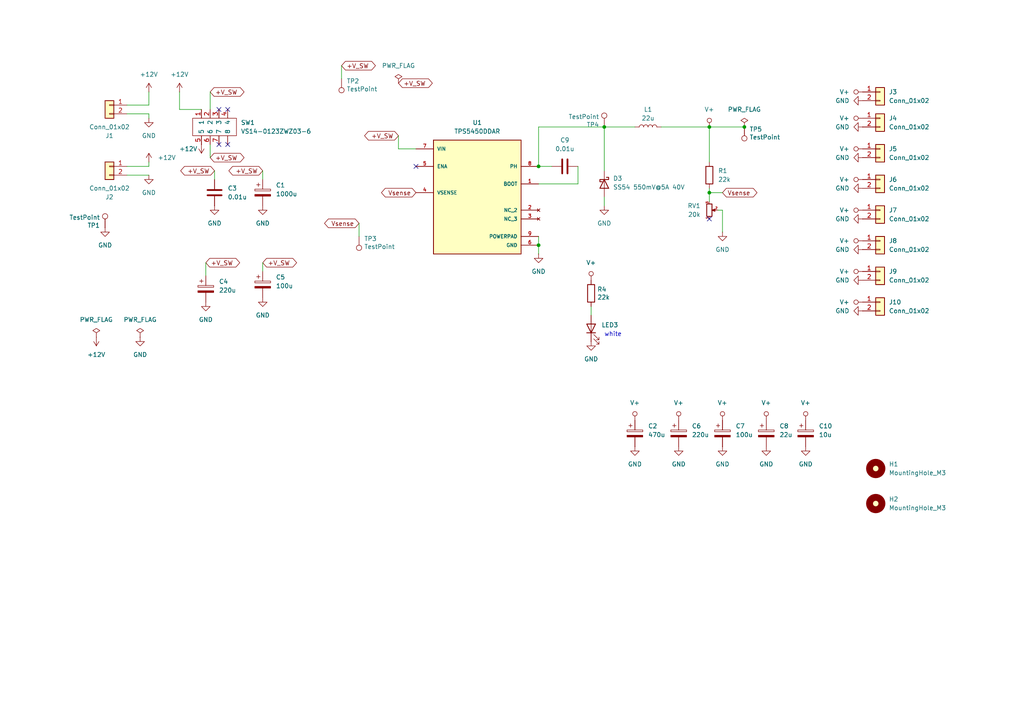
<source format=kicad_sch>
(kicad_sch
	(version 20250114)
	(generator "eeschema")
	(generator_version "9.0")
	(uuid "f06ae77f-6f85-4885-a155-9078979836d1")
	(paper "A4")
	(lib_symbols
		(symbol "Connector:TestPoint"
			(pin_numbers
				(hide yes)
			)
			(pin_names
				(offset 0.762)
				(hide yes)
			)
			(exclude_from_sim no)
			(in_bom yes)
			(on_board yes)
			(property "Reference" "TP"
				(at 0 6.858 0)
				(effects
					(font
						(size 1.27 1.27)
					)
				)
			)
			(property "Value" "TestPoint"
				(at 0 5.08 0)
				(effects
					(font
						(size 1.27 1.27)
					)
				)
			)
			(property "Footprint" ""
				(at 5.08 0 0)
				(effects
					(font
						(size 1.27 1.27)
					)
					(hide yes)
				)
			)
			(property "Datasheet" "~"
				(at 5.08 0 0)
				(effects
					(font
						(size 1.27 1.27)
					)
					(hide yes)
				)
			)
			(property "Description" "test point"
				(at 0 0 0)
				(effects
					(font
						(size 1.27 1.27)
					)
					(hide yes)
				)
			)
			(property "ki_keywords" "test point tp"
				(at 0 0 0)
				(effects
					(font
						(size 1.27 1.27)
					)
					(hide yes)
				)
			)
			(property "ki_fp_filters" "Pin* Test*"
				(at 0 0 0)
				(effects
					(font
						(size 1.27 1.27)
					)
					(hide yes)
				)
			)
			(symbol "TestPoint_0_1"
				(circle
					(center 0 3.302)
					(radius 0.762)
					(stroke
						(width 0)
						(type default)
					)
					(fill
						(type none)
					)
				)
			)
			(symbol "TestPoint_1_1"
				(pin passive line
					(at 0 0 90)
					(length 2.54)
					(name "1"
						(effects
							(font
								(size 1.27 1.27)
							)
						)
					)
					(number "1"
						(effects
							(font
								(size 1.27 1.27)
							)
						)
					)
				)
			)
			(embedded_fonts no)
		)
		(symbol "Connector_Generic:Conn_01x02"
			(pin_names
				(offset 1.016)
				(hide yes)
			)
			(exclude_from_sim no)
			(in_bom yes)
			(on_board yes)
			(property "Reference" "J"
				(at 0 2.54 0)
				(effects
					(font
						(size 1.27 1.27)
					)
				)
			)
			(property "Value" "Conn_01x02"
				(at 0 -5.08 0)
				(effects
					(font
						(size 1.27 1.27)
					)
				)
			)
			(property "Footprint" ""
				(at 0 0 0)
				(effects
					(font
						(size 1.27 1.27)
					)
					(hide yes)
				)
			)
			(property "Datasheet" "~"
				(at 0 0 0)
				(effects
					(font
						(size 1.27 1.27)
					)
					(hide yes)
				)
			)
			(property "Description" "Generic connector, single row, 01x02, script generated (kicad-library-utils/schlib/autogen/connector/)"
				(at 0 0 0)
				(effects
					(font
						(size 1.27 1.27)
					)
					(hide yes)
				)
			)
			(property "ki_keywords" "connector"
				(at 0 0 0)
				(effects
					(font
						(size 1.27 1.27)
					)
					(hide yes)
				)
			)
			(property "ki_fp_filters" "Connector*:*_1x??_*"
				(at 0 0 0)
				(effects
					(font
						(size 1.27 1.27)
					)
					(hide yes)
				)
			)
			(symbol "Conn_01x02_1_1"
				(rectangle
					(start -1.27 1.27)
					(end 1.27 -3.81)
					(stroke
						(width 0.254)
						(type default)
					)
					(fill
						(type background)
					)
				)
				(rectangle
					(start -1.27 0.127)
					(end 0 -0.127)
					(stroke
						(width 0.1524)
						(type default)
					)
					(fill
						(type none)
					)
				)
				(rectangle
					(start -1.27 -2.413)
					(end 0 -2.667)
					(stroke
						(width 0.1524)
						(type default)
					)
					(fill
						(type none)
					)
				)
				(pin passive line
					(at -5.08 0 0)
					(length 3.81)
					(name "Pin_1"
						(effects
							(font
								(size 1.27 1.27)
							)
						)
					)
					(number "1"
						(effects
							(font
								(size 1.27 1.27)
							)
						)
					)
				)
				(pin passive line
					(at -5.08 -2.54 0)
					(length 3.81)
					(name "Pin_2"
						(effects
							(font
								(size 1.27 1.27)
							)
						)
					)
					(number "2"
						(effects
							(font
								(size 1.27 1.27)
							)
						)
					)
				)
			)
			(embedded_fonts no)
		)
		(symbol "Device:C"
			(pin_numbers
				(hide yes)
			)
			(pin_names
				(offset 0.254)
			)
			(exclude_from_sim no)
			(in_bom yes)
			(on_board yes)
			(property "Reference" "C"
				(at 0.635 2.54 0)
				(effects
					(font
						(size 1.27 1.27)
					)
					(justify left)
				)
			)
			(property "Value" "C"
				(at 0.635 -2.54 0)
				(effects
					(font
						(size 1.27 1.27)
					)
					(justify left)
				)
			)
			(property "Footprint" ""
				(at 0.9652 -3.81 0)
				(effects
					(font
						(size 1.27 1.27)
					)
					(hide yes)
				)
			)
			(property "Datasheet" "~"
				(at 0 0 0)
				(effects
					(font
						(size 1.27 1.27)
					)
					(hide yes)
				)
			)
			(property "Description" "Unpolarized capacitor"
				(at 0 0 0)
				(effects
					(font
						(size 1.27 1.27)
					)
					(hide yes)
				)
			)
			(property "ki_keywords" "cap capacitor"
				(at 0 0 0)
				(effects
					(font
						(size 1.27 1.27)
					)
					(hide yes)
				)
			)
			(property "ki_fp_filters" "C_*"
				(at 0 0 0)
				(effects
					(font
						(size 1.27 1.27)
					)
					(hide yes)
				)
			)
			(symbol "C_0_1"
				(polyline
					(pts
						(xy -2.032 0.762) (xy 2.032 0.762)
					)
					(stroke
						(width 0.508)
						(type default)
					)
					(fill
						(type none)
					)
				)
				(polyline
					(pts
						(xy -2.032 -0.762) (xy 2.032 -0.762)
					)
					(stroke
						(width 0.508)
						(type default)
					)
					(fill
						(type none)
					)
				)
			)
			(symbol "C_1_1"
				(pin passive line
					(at 0 3.81 270)
					(length 2.794)
					(name "~"
						(effects
							(font
								(size 1.27 1.27)
							)
						)
					)
					(number "1"
						(effects
							(font
								(size 1.27 1.27)
							)
						)
					)
				)
				(pin passive line
					(at 0 -3.81 90)
					(length 2.794)
					(name "~"
						(effects
							(font
								(size 1.27 1.27)
							)
						)
					)
					(number "2"
						(effects
							(font
								(size 1.27 1.27)
							)
						)
					)
				)
			)
			(embedded_fonts no)
		)
		(symbol "Device:C_Polarized"
			(pin_numbers
				(hide yes)
			)
			(pin_names
				(offset 0.254)
			)
			(exclude_from_sim no)
			(in_bom yes)
			(on_board yes)
			(property "Reference" "C"
				(at 0.635 2.54 0)
				(effects
					(font
						(size 1.27 1.27)
					)
					(justify left)
				)
			)
			(property "Value" "C_Polarized"
				(at 0.635 -2.54 0)
				(effects
					(font
						(size 1.27 1.27)
					)
					(justify left)
				)
			)
			(property "Footprint" ""
				(at 0.9652 -3.81 0)
				(effects
					(font
						(size 1.27 1.27)
					)
					(hide yes)
				)
			)
			(property "Datasheet" "~"
				(at 0 0 0)
				(effects
					(font
						(size 1.27 1.27)
					)
					(hide yes)
				)
			)
			(property "Description" "Polarized capacitor"
				(at 0 0 0)
				(effects
					(font
						(size 1.27 1.27)
					)
					(hide yes)
				)
			)
			(property "ki_keywords" "cap capacitor"
				(at 0 0 0)
				(effects
					(font
						(size 1.27 1.27)
					)
					(hide yes)
				)
			)
			(property "ki_fp_filters" "CP_*"
				(at 0 0 0)
				(effects
					(font
						(size 1.27 1.27)
					)
					(hide yes)
				)
			)
			(symbol "C_Polarized_0_1"
				(rectangle
					(start -2.286 0.508)
					(end 2.286 1.016)
					(stroke
						(width 0)
						(type default)
					)
					(fill
						(type none)
					)
				)
				(polyline
					(pts
						(xy -1.778 2.286) (xy -0.762 2.286)
					)
					(stroke
						(width 0)
						(type default)
					)
					(fill
						(type none)
					)
				)
				(polyline
					(pts
						(xy -1.27 2.794) (xy -1.27 1.778)
					)
					(stroke
						(width 0)
						(type default)
					)
					(fill
						(type none)
					)
				)
				(rectangle
					(start 2.286 -0.508)
					(end -2.286 -1.016)
					(stroke
						(width 0)
						(type default)
					)
					(fill
						(type outline)
					)
				)
			)
			(symbol "C_Polarized_1_1"
				(pin passive line
					(at 0 3.81 270)
					(length 2.794)
					(name "~"
						(effects
							(font
								(size 1.27 1.27)
							)
						)
					)
					(number "1"
						(effects
							(font
								(size 1.27 1.27)
							)
						)
					)
				)
				(pin passive line
					(at 0 -3.81 90)
					(length 2.794)
					(name "~"
						(effects
							(font
								(size 1.27 1.27)
							)
						)
					)
					(number "2"
						(effects
							(font
								(size 1.27 1.27)
							)
						)
					)
				)
			)
			(embedded_fonts no)
		)
		(symbol "Device:D_Schottky"
			(pin_numbers
				(hide yes)
			)
			(pin_names
				(offset 1.016)
				(hide yes)
			)
			(exclude_from_sim no)
			(in_bom yes)
			(on_board yes)
			(property "Reference" "D"
				(at 0 2.54 0)
				(effects
					(font
						(size 1.27 1.27)
					)
				)
			)
			(property "Value" "D_Schottky"
				(at 0 -2.54 0)
				(effects
					(font
						(size 1.27 1.27)
					)
				)
			)
			(property "Footprint" ""
				(at 0 0 0)
				(effects
					(font
						(size 1.27 1.27)
					)
					(hide yes)
				)
			)
			(property "Datasheet" "~"
				(at 0 0 0)
				(effects
					(font
						(size 1.27 1.27)
					)
					(hide yes)
				)
			)
			(property "Description" "Schottky diode"
				(at 0 0 0)
				(effects
					(font
						(size 1.27 1.27)
					)
					(hide yes)
				)
			)
			(property "ki_keywords" "diode Schottky"
				(at 0 0 0)
				(effects
					(font
						(size 1.27 1.27)
					)
					(hide yes)
				)
			)
			(property "ki_fp_filters" "TO-???* *_Diode_* *SingleDiode* D_*"
				(at 0 0 0)
				(effects
					(font
						(size 1.27 1.27)
					)
					(hide yes)
				)
			)
			(symbol "D_Schottky_0_1"
				(polyline
					(pts
						(xy -1.905 0.635) (xy -1.905 1.27) (xy -1.27 1.27) (xy -1.27 -1.27) (xy -0.635 -1.27) (xy -0.635 -0.635)
					)
					(stroke
						(width 0.254)
						(type default)
					)
					(fill
						(type none)
					)
				)
				(polyline
					(pts
						(xy 1.27 1.27) (xy 1.27 -1.27) (xy -1.27 0) (xy 1.27 1.27)
					)
					(stroke
						(width 0.254)
						(type default)
					)
					(fill
						(type none)
					)
				)
				(polyline
					(pts
						(xy 1.27 0) (xy -1.27 0)
					)
					(stroke
						(width 0)
						(type default)
					)
					(fill
						(type none)
					)
				)
			)
			(symbol "D_Schottky_1_1"
				(pin passive line
					(at -3.81 0 0)
					(length 2.54)
					(name "K"
						(effects
							(font
								(size 1.27 1.27)
							)
						)
					)
					(number "1"
						(effects
							(font
								(size 1.27 1.27)
							)
						)
					)
				)
				(pin passive line
					(at 3.81 0 180)
					(length 2.54)
					(name "A"
						(effects
							(font
								(size 1.27 1.27)
							)
						)
					)
					(number "2"
						(effects
							(font
								(size 1.27 1.27)
							)
						)
					)
				)
			)
			(embedded_fonts no)
		)
		(symbol "Device:L"
			(pin_numbers
				(hide yes)
			)
			(pin_names
				(offset 1.016)
				(hide yes)
			)
			(exclude_from_sim no)
			(in_bom yes)
			(on_board yes)
			(property "Reference" "L"
				(at -1.27 0 90)
				(effects
					(font
						(size 1.27 1.27)
					)
				)
			)
			(property "Value" "L"
				(at 1.905 0 90)
				(effects
					(font
						(size 1.27 1.27)
					)
				)
			)
			(property "Footprint" ""
				(at 0 0 0)
				(effects
					(font
						(size 1.27 1.27)
					)
					(hide yes)
				)
			)
			(property "Datasheet" "~"
				(at 0 0 0)
				(effects
					(font
						(size 1.27 1.27)
					)
					(hide yes)
				)
			)
			(property "Description" "Inductor"
				(at 0 0 0)
				(effects
					(font
						(size 1.27 1.27)
					)
					(hide yes)
				)
			)
			(property "ki_keywords" "inductor choke coil reactor magnetic"
				(at 0 0 0)
				(effects
					(font
						(size 1.27 1.27)
					)
					(hide yes)
				)
			)
			(property "ki_fp_filters" "Choke_* *Coil* Inductor_* L_*"
				(at 0 0 0)
				(effects
					(font
						(size 1.27 1.27)
					)
					(hide yes)
				)
			)
			(symbol "L_0_1"
				(arc
					(start 0 2.54)
					(mid 0.6323 1.905)
					(end 0 1.27)
					(stroke
						(width 0)
						(type default)
					)
					(fill
						(type none)
					)
				)
				(arc
					(start 0 1.27)
					(mid 0.6323 0.635)
					(end 0 0)
					(stroke
						(width 0)
						(type default)
					)
					(fill
						(type none)
					)
				)
				(arc
					(start 0 0)
					(mid 0.6323 -0.635)
					(end 0 -1.27)
					(stroke
						(width 0)
						(type default)
					)
					(fill
						(type none)
					)
				)
				(arc
					(start 0 -1.27)
					(mid 0.6323 -1.905)
					(end 0 -2.54)
					(stroke
						(width 0)
						(type default)
					)
					(fill
						(type none)
					)
				)
			)
			(symbol "L_1_1"
				(pin passive line
					(at 0 3.81 270)
					(length 1.27)
					(name "1"
						(effects
							(font
								(size 1.27 1.27)
							)
						)
					)
					(number "1"
						(effects
							(font
								(size 1.27 1.27)
							)
						)
					)
				)
				(pin passive line
					(at 0 -3.81 90)
					(length 1.27)
					(name "2"
						(effects
							(font
								(size 1.27 1.27)
							)
						)
					)
					(number "2"
						(effects
							(font
								(size 1.27 1.27)
							)
						)
					)
				)
			)
			(embedded_fonts no)
		)
		(symbol "Device:LED"
			(pin_numbers
				(hide yes)
			)
			(pin_names
				(offset 1.016)
				(hide yes)
			)
			(exclude_from_sim no)
			(in_bom yes)
			(on_board yes)
			(property "Reference" "D"
				(at 0 2.54 0)
				(effects
					(font
						(size 1.27 1.27)
					)
				)
			)
			(property "Value" "LED"
				(at 0 -2.54 0)
				(effects
					(font
						(size 1.27 1.27)
					)
				)
			)
			(property "Footprint" ""
				(at 0 0 0)
				(effects
					(font
						(size 1.27 1.27)
					)
					(hide yes)
				)
			)
			(property "Datasheet" "~"
				(at 0 0 0)
				(effects
					(font
						(size 1.27 1.27)
					)
					(hide yes)
				)
			)
			(property "Description" "Light emitting diode"
				(at 0 0 0)
				(effects
					(font
						(size 1.27 1.27)
					)
					(hide yes)
				)
			)
			(property "ki_keywords" "LED diode"
				(at 0 0 0)
				(effects
					(font
						(size 1.27 1.27)
					)
					(hide yes)
				)
			)
			(property "ki_fp_filters" "LED* LED_SMD:* LED_THT:*"
				(at 0 0 0)
				(effects
					(font
						(size 1.27 1.27)
					)
					(hide yes)
				)
			)
			(symbol "LED_0_1"
				(polyline
					(pts
						(xy -3.048 -0.762) (xy -4.572 -2.286) (xy -3.81 -2.286) (xy -4.572 -2.286) (xy -4.572 -1.524)
					)
					(stroke
						(width 0)
						(type default)
					)
					(fill
						(type none)
					)
				)
				(polyline
					(pts
						(xy -1.778 -0.762) (xy -3.302 -2.286) (xy -2.54 -2.286) (xy -3.302 -2.286) (xy -3.302 -1.524)
					)
					(stroke
						(width 0)
						(type default)
					)
					(fill
						(type none)
					)
				)
				(polyline
					(pts
						(xy -1.27 0) (xy 1.27 0)
					)
					(stroke
						(width 0)
						(type default)
					)
					(fill
						(type none)
					)
				)
				(polyline
					(pts
						(xy -1.27 -1.27) (xy -1.27 1.27)
					)
					(stroke
						(width 0.254)
						(type default)
					)
					(fill
						(type none)
					)
				)
				(polyline
					(pts
						(xy 1.27 -1.27) (xy 1.27 1.27) (xy -1.27 0) (xy 1.27 -1.27)
					)
					(stroke
						(width 0.254)
						(type default)
					)
					(fill
						(type none)
					)
				)
			)
			(symbol "LED_1_1"
				(pin passive line
					(at -3.81 0 0)
					(length 2.54)
					(name "K"
						(effects
							(font
								(size 1.27 1.27)
							)
						)
					)
					(number "1"
						(effects
							(font
								(size 1.27 1.27)
							)
						)
					)
				)
				(pin passive line
					(at 3.81 0 180)
					(length 2.54)
					(name "A"
						(effects
							(font
								(size 1.27 1.27)
							)
						)
					)
					(number "2"
						(effects
							(font
								(size 1.27 1.27)
							)
						)
					)
				)
			)
			(embedded_fonts no)
		)
		(symbol "Device:R"
			(pin_numbers
				(hide yes)
			)
			(pin_names
				(offset 0)
			)
			(exclude_from_sim no)
			(in_bom yes)
			(on_board yes)
			(property "Reference" "R"
				(at 2.032 0 90)
				(effects
					(font
						(size 1.27 1.27)
					)
				)
			)
			(property "Value" "R"
				(at 0 0 90)
				(effects
					(font
						(size 1.27 1.27)
					)
				)
			)
			(property "Footprint" ""
				(at -1.778 0 90)
				(effects
					(font
						(size 1.27 1.27)
					)
					(hide yes)
				)
			)
			(property "Datasheet" "~"
				(at 0 0 0)
				(effects
					(font
						(size 1.27 1.27)
					)
					(hide yes)
				)
			)
			(property "Description" "Resistor"
				(at 0 0 0)
				(effects
					(font
						(size 1.27 1.27)
					)
					(hide yes)
				)
			)
			(property "ki_keywords" "R res resistor"
				(at 0 0 0)
				(effects
					(font
						(size 1.27 1.27)
					)
					(hide yes)
				)
			)
			(property "ki_fp_filters" "R_*"
				(at 0 0 0)
				(effects
					(font
						(size 1.27 1.27)
					)
					(hide yes)
				)
			)
			(symbol "R_0_1"
				(rectangle
					(start -1.016 -2.54)
					(end 1.016 2.54)
					(stroke
						(width 0.254)
						(type default)
					)
					(fill
						(type none)
					)
				)
			)
			(symbol "R_1_1"
				(pin passive line
					(at 0 3.81 270)
					(length 1.27)
					(name "~"
						(effects
							(font
								(size 1.27 1.27)
							)
						)
					)
					(number "1"
						(effects
							(font
								(size 1.27 1.27)
							)
						)
					)
				)
				(pin passive line
					(at 0 -3.81 90)
					(length 1.27)
					(name "~"
						(effects
							(font
								(size 1.27 1.27)
							)
						)
					)
					(number "2"
						(effects
							(font
								(size 1.27 1.27)
							)
						)
					)
				)
			)
			(embedded_fonts no)
		)
		(symbol "Device:R_Potentiometer_Small"
			(pin_names
				(offset 1.016)
				(hide yes)
			)
			(exclude_from_sim no)
			(in_bom yes)
			(on_board yes)
			(property "Reference" "RV"
				(at -4.445 0 90)
				(effects
					(font
						(size 1.27 1.27)
					)
				)
			)
			(property "Value" "R_Potentiometer_Small"
				(at -2.54 0 90)
				(effects
					(font
						(size 1.27 1.27)
					)
				)
			)
			(property "Footprint" ""
				(at 0 0 0)
				(effects
					(font
						(size 1.27 1.27)
					)
					(hide yes)
				)
			)
			(property "Datasheet" "~"
				(at 0 0 0)
				(effects
					(font
						(size 1.27 1.27)
					)
					(hide yes)
				)
			)
			(property "Description" "Potentiometer"
				(at 0 0 0)
				(effects
					(font
						(size 1.27 1.27)
					)
					(hide yes)
				)
			)
			(property "ki_keywords" "resistor variable"
				(at 0 0 0)
				(effects
					(font
						(size 1.27 1.27)
					)
					(hide yes)
				)
			)
			(property "ki_fp_filters" "Potentiometer*"
				(at 0 0 0)
				(effects
					(font
						(size 1.27 1.27)
					)
					(hide yes)
				)
			)
			(symbol "R_Potentiometer_Small_0_1"
				(rectangle
					(start 0.762 1.8034)
					(end -0.762 -1.8034)
					(stroke
						(width 0.254)
						(type default)
					)
					(fill
						(type none)
					)
				)
				(polyline
					(pts
						(xy 0.889 0) (xy 0.635 0) (xy 1.651 0.381) (xy 1.651 -0.381) (xy 0.635 0) (xy 0.889 0)
					)
					(stroke
						(width 0)
						(type default)
					)
					(fill
						(type outline)
					)
				)
			)
			(symbol "R_Potentiometer_Small_1_1"
				(pin passive line
					(at 0 2.54 270)
					(length 0.635)
					(name "1"
						(effects
							(font
								(size 0.635 0.635)
							)
						)
					)
					(number "1"
						(effects
							(font
								(size 0.635 0.635)
							)
						)
					)
				)
				(pin passive line
					(at 0 -2.54 90)
					(length 0.635)
					(name "3"
						(effects
							(font
								(size 0.635 0.635)
							)
						)
					)
					(number "3"
						(effects
							(font
								(size 0.635 0.635)
							)
						)
					)
				)
				(pin passive line
					(at 2.54 0 180)
					(length 0.9906)
					(name "2"
						(effects
							(font
								(size 0.635 0.635)
							)
						)
					)
					(number "2"
						(effects
							(font
								(size 0.635 0.635)
							)
						)
					)
				)
			)
			(embedded_fonts no)
		)
		(symbol "PCM_SL_Mechanical:MountingHole_M3"
			(exclude_from_sim no)
			(in_bom yes)
			(on_board yes)
			(property "Reference" "H"
				(at 0 7.62 0)
				(effects
					(font
						(size 1.27 1.27)
					)
				)
			)
			(property "Value" "MountingHole_M3"
				(at 0 5.08 0)
				(effects
					(font
						(size 1.27 1.27)
					)
				)
			)
			(property "Footprint" "MountingHole:MountingHole_3.2mm_M3"
				(at 0 -3.81 0)
				(effects
					(font
						(size 1.27 1.27)
					)
					(hide yes)
				)
			)
			(property "Datasheet" ""
				(at 0 0 0)
				(effects
					(font
						(size 1.27 1.27)
					)
					(hide yes)
				)
			)
			(property "Description" "3.2mm Diameter Mounting Hole (M3)"
				(at 0 0 0)
				(effects
					(font
						(size 1.27 1.27)
					)
					(hide yes)
				)
			)
			(property "ki_keywords" "Mounting Hole"
				(at 0 0 0)
				(effects
					(font
						(size 1.27 1.27)
					)
					(hide yes)
				)
			)
			(symbol "MountingHole_M3_0_1"
				(circle
					(center 0 0)
					(radius 1.27)
					(stroke
						(width 0)
						(type default)
					)
					(fill
						(type background)
					)
				)
				(circle
					(center 0 0)
					(radius 1.7961)
					(stroke
						(width 2)
						(type default)
					)
					(fill
						(type none)
					)
				)
			)
			(embedded_fonts no)
		)
		(symbol "TPS5450DDAR:TPS5450DDAR"
			(pin_names
				(offset 1.016)
			)
			(exclude_from_sim no)
			(in_bom yes)
			(on_board yes)
			(property "Reference" "U"
				(at -12.7 18.78 0)
				(effects
					(font
						(size 1.27 1.27)
					)
					(justify left bottom)
				)
			)
			(property "Value" "TPS5450DDAR"
				(at -12.7 -19.24 0)
				(effects
					(font
						(size 1.27 1.27)
					)
					(justify left bottom)
				)
			)
			(property "Footprint" "TPS5450DDAR:CONV_TPS5450DDAR"
				(at 0 0 0)
				(effects
					(font
						(size 1.27 1.27)
					)
					(justify bottom)
					(hide yes)
				)
			)
			(property "Datasheet" ""
				(at 0 0 0)
				(effects
					(font
						(size 1.27 1.27)
					)
					(hide yes)
				)
			)
			(property "Description" ""
				(at 0 0 0)
				(effects
					(font
						(size 1.27 1.27)
					)
					(hide yes)
				)
			)
			(property "MF" "Texas Instruments"
				(at 0 0 0)
				(effects
					(font
						(size 1.27 1.27)
					)
					(justify bottom)
					(hide yes)
				)
			)
			(property "MAXIMUM_PACKAGE_HEIGHT" "1.70 mm"
				(at 0 0 0)
				(effects
					(font
						(size 1.27 1.27)
					)
					(justify bottom)
					(hide yes)
				)
			)
			(property "Package" "Package"
				(at 0 0 0)
				(effects
					(font
						(size 1.27 1.27)
					)
					(justify bottom)
					(hide yes)
				)
			)
			(property "Price" "None"
				(at 0 0 0)
				(effects
					(font
						(size 1.27 1.27)
					)
					(justify bottom)
					(hide yes)
				)
			)
			(property "Check_prices" "https://www.snapeda.com/parts/TPS5450DDAR/Texas+Instruments/view-part/?ref=eda"
				(at 0 0 0)
				(effects
					(font
						(size 1.27 1.27)
					)
					(justify bottom)
					(hide yes)
				)
			)
			(property "STANDARD" "Manufacturer Recommendations"
				(at 0 0 0)
				(effects
					(font
						(size 1.27 1.27)
					)
					(justify bottom)
					(hide yes)
				)
			)
			(property "PARTREV" "D"
				(at 0 0 0)
				(effects
					(font
						(size 1.27 1.27)
					)
					(justify bottom)
					(hide yes)
				)
			)
			(property "SnapEDA_Link" "https://www.snapeda.com/parts/TPS5450DDAR/Texas+Instruments/view-part/?ref=snap"
				(at 0 0 0)
				(effects
					(font
						(size 1.27 1.27)
					)
					(justify bottom)
					(hide yes)
				)
			)
			(property "MP" "TPS5450DDAR"
				(at 0 0 0)
				(effects
					(font
						(size 1.27 1.27)
					)
					(justify bottom)
					(hide yes)
				)
			)
			(property "Description_1" "5.5V to 36V Input, 5A, 500kHz Step Down Converter"
				(at 0 0 0)
				(effects
					(font
						(size 1.27 1.27)
					)
					(justify bottom)
					(hide yes)
				)
			)
			(property "Availability" "In Stock"
				(at 0 0 0)
				(effects
					(font
						(size 1.27 1.27)
					)
					(justify bottom)
					(hide yes)
				)
			)
			(property "MANUFACTURER" "Texas Instruments"
				(at 0 0 0)
				(effects
					(font
						(size 1.27 1.27)
					)
					(justify bottom)
					(hide yes)
				)
			)
			(symbol "TPS5450DDAR_0_0"
				(rectangle
					(start -12.7 -15.24)
					(end 12.7 17.78)
					(stroke
						(width 0.254)
						(type default)
					)
					(fill
						(type background)
					)
				)
				(pin power_in line
					(at -17.78 15.24 0)
					(length 5.08)
					(name "VIN"
						(effects
							(font
								(size 1.016 1.016)
							)
						)
					)
					(number "7"
						(effects
							(font
								(size 1.016 1.016)
							)
						)
					)
				)
				(pin input line
					(at -17.78 10.16 0)
					(length 5.08)
					(name "ENA"
						(effects
							(font
								(size 1.016 1.016)
							)
						)
					)
					(number "5"
						(effects
							(font
								(size 1.016 1.016)
							)
						)
					)
				)
				(pin input line
					(at -17.78 2.54 0)
					(length 5.08)
					(name "VSENSE"
						(effects
							(font
								(size 1.016 1.016)
							)
						)
					)
					(number "4"
						(effects
							(font
								(size 1.016 1.016)
							)
						)
					)
				)
				(pin output line
					(at 17.78 10.16 180)
					(length 5.08)
					(name "PH"
						(effects
							(font
								(size 1.016 1.016)
							)
						)
					)
					(number "8"
						(effects
							(font
								(size 1.016 1.016)
							)
						)
					)
				)
				(pin output line
					(at 17.78 5.08 180)
					(length 5.08)
					(name "BOOT"
						(effects
							(font
								(size 1.016 1.016)
							)
						)
					)
					(number "1"
						(effects
							(font
								(size 1.016 1.016)
							)
						)
					)
				)
				(pin no_connect line
					(at 17.78 -2.54 180)
					(length 5.08)
					(name "NC_2"
						(effects
							(font
								(size 1.016 1.016)
							)
						)
					)
					(number "2"
						(effects
							(font
								(size 1.016 1.016)
							)
						)
					)
				)
				(pin no_connect line
					(at 17.78 -5.08 180)
					(length 5.08)
					(name "NC_3"
						(effects
							(font
								(size 1.016 1.016)
							)
						)
					)
					(number "3"
						(effects
							(font
								(size 1.016 1.016)
							)
						)
					)
				)
				(pin power_in line
					(at 17.78 -10.16 180)
					(length 5.08)
					(name "POWERPAD"
						(effects
							(font
								(size 1.016 1.016)
							)
						)
					)
					(number "9"
						(effects
							(font
								(size 1.016 1.016)
							)
						)
					)
				)
				(pin power_in line
					(at 17.78 -12.7 180)
					(length 5.08)
					(name "GND"
						(effects
							(font
								(size 1.016 1.016)
							)
						)
					)
					(number "6"
						(effects
							(font
								(size 1.016 1.016)
							)
						)
					)
				)
			)
			(embedded_fonts no)
		)
		(symbol "mylib:SW_Legion_VS14-0123ZWZ03-6"
			(exclude_from_sim no)
			(in_bom yes)
			(on_board yes)
			(property "Reference" "SW"
				(at 0 7.874 0)
				(effects
					(font
						(size 1.27 1.27)
					)
				)
			)
			(property "Value" ""
				(at 0 0 0)
				(effects
					(font
						(size 1.27 1.27)
					)
				)
			)
			(property "Footprint" "kicad-gemini-generated:Legion VS14-0123ZWZ03-6"
				(at 2.032 -10.16 0)
				(effects
					(font
						(size 1.27 1.27)
					)
					(hide yes)
				)
			)
			(property "Datasheet" ""
				(at 0 0 0)
				(effects
					(font
						(size 1.27 1.27)
					)
					(hide yes)
				)
			)
			(property "Description" ""
				(at 0 0 0)
				(effects
					(font
						(size 1.27 1.27)
					)
					(hide yes)
				)
			)
			(symbol "SW_Legion_VS14-0123ZWZ03-6_0_1"
				(rectangle
					(start -6.35 1.27)
					(end 6.35 -3.81)
					(stroke
						(width 0)
						(type default)
					)
					(fill
						(type none)
					)
				)
			)
			(symbol "SW_Legion_VS14-0123ZWZ03-6_1_1"
				(pin passive line
					(at -3.81 3.81 270)
					(length 2.54)
					(name "1"
						(effects
							(font
								(size 1.27 1.27)
							)
						)
					)
					(number "1"
						(effects
							(font
								(size 1.27 1.27)
							)
						)
					)
				)
				(pin passive line
					(at -3.81 -6.35 90)
					(length 2.54)
					(name "5"
						(effects
							(font
								(size 1.27 1.27)
							)
						)
					)
					(number "5"
						(effects
							(font
								(size 1.27 1.27)
							)
						)
					)
				)
				(pin passive line
					(at -1.27 3.81 270)
					(length 2.54)
					(name "2"
						(effects
							(font
								(size 1.27 1.27)
							)
						)
					)
					(number "2"
						(effects
							(font
								(size 1.27 1.27)
							)
						)
					)
				)
				(pin passive line
					(at -1.27 -6.35 90)
					(length 2.54)
					(name "6"
						(effects
							(font
								(size 1.27 1.27)
							)
						)
					)
					(number "6"
						(effects
							(font
								(size 1.27 1.27)
							)
						)
					)
				)
				(pin passive line
					(at 1.27 3.81 270)
					(length 2.54)
					(name "3"
						(effects
							(font
								(size 1.27 1.27)
							)
						)
					)
					(number "3"
						(effects
							(font
								(size 1.27 1.27)
							)
						)
					)
				)
				(pin passive line
					(at 1.27 -6.35 90)
					(length 2.54)
					(name "7"
						(effects
							(font
								(size 1.27 1.27)
							)
						)
					)
					(number "7"
						(effects
							(font
								(size 1.27 1.27)
							)
						)
					)
				)
				(pin passive line
					(at 3.81 3.81 270)
					(length 2.54)
					(name "4"
						(effects
							(font
								(size 1.27 1.27)
							)
						)
					)
					(number "4"
						(effects
							(font
								(size 1.27 1.27)
							)
						)
					)
				)
				(pin passive line
					(at 3.81 -6.35 90)
					(length 2.54)
					(name "8"
						(effects
							(font
								(size 1.27 1.27)
							)
						)
					)
					(number ""
						(effects
							(font
								(size 1.27 1.27)
							)
						)
					)
				)
			)
			(embedded_fonts no)
		)
		(symbol "mylib:V+"
			(power)
			(pin_names
				(offset 0)
			)
			(exclude_from_sim no)
			(in_bom yes)
			(on_board yes)
			(property "Reference" "#PWR"
				(at 0 -3.81 0)
				(effects
					(font
						(size 1.27 1.27)
					)
					(hide yes)
				)
			)
			(property "Value" "V+"
				(at 0 3.81 0)
				(effects
					(font
						(size 1.27 1.27)
					)
				)
			)
			(property "Footprint" ""
				(at 0 0 0)
				(effects
					(font
						(size 1.27 1.27)
					)
					(hide yes)
				)
			)
			(property "Datasheet" ""
				(at 0 0 0)
				(effects
					(font
						(size 1.27 1.27)
					)
					(hide yes)
				)
			)
			(property "Description" "Power symbol creates a global label with name \"VCC1\""
				(at 0 0 0)
				(effects
					(font
						(size 1.27 1.27)
					)
					(hide yes)
				)
			)
			(property "ki_keywords" "power-flag"
				(at 0 0 0)
				(effects
					(font
						(size 1.27 1.27)
					)
					(hide yes)
				)
			)
			(symbol "V+_0_1"
				(circle
					(center 0 1.905)
					(radius 0.635)
					(stroke
						(width 0)
						(type default)
					)
					(fill
						(type none)
					)
				)
				(polyline
					(pts
						(xy 0 0) (xy 0 1.27)
					)
					(stroke
						(width 0)
						(type default)
					)
					(fill
						(type none)
					)
				)
			)
			(symbol "V+_1_1"
				(pin power_in line
					(at 0 0 90)
					(length 0)
					(hide yes)
					(name "VCC1"
						(effects
							(font
								(size 1.27 1.27)
							)
						)
					)
					(number "1"
						(effects
							(font
								(size 1.27 1.27)
							)
						)
					)
				)
			)
			(embedded_fonts no)
		)
		(symbol "power:+12V"
			(power)
			(pin_numbers
				(hide yes)
			)
			(pin_names
				(offset 0)
				(hide yes)
			)
			(exclude_from_sim no)
			(in_bom yes)
			(on_board yes)
			(property "Reference" "#PWR"
				(at 0 -3.81 0)
				(effects
					(font
						(size 1.27 1.27)
					)
					(hide yes)
				)
			)
			(property "Value" "+12V"
				(at 0 3.556 0)
				(effects
					(font
						(size 1.27 1.27)
					)
				)
			)
			(property "Footprint" ""
				(at 0 0 0)
				(effects
					(font
						(size 1.27 1.27)
					)
					(hide yes)
				)
			)
			(property "Datasheet" ""
				(at 0 0 0)
				(effects
					(font
						(size 1.27 1.27)
					)
					(hide yes)
				)
			)
			(property "Description" "Power symbol creates a global label with name \"+12V\""
				(at 0 0 0)
				(effects
					(font
						(size 1.27 1.27)
					)
					(hide yes)
				)
			)
			(property "ki_keywords" "global power"
				(at 0 0 0)
				(effects
					(font
						(size 1.27 1.27)
					)
					(hide yes)
				)
			)
			(symbol "+12V_0_1"
				(polyline
					(pts
						(xy -0.762 1.27) (xy 0 2.54)
					)
					(stroke
						(width 0)
						(type default)
					)
					(fill
						(type none)
					)
				)
				(polyline
					(pts
						(xy 0 2.54) (xy 0.762 1.27)
					)
					(stroke
						(width 0)
						(type default)
					)
					(fill
						(type none)
					)
				)
				(polyline
					(pts
						(xy 0 0) (xy 0 2.54)
					)
					(stroke
						(width 0)
						(type default)
					)
					(fill
						(type none)
					)
				)
			)
			(symbol "+12V_1_1"
				(pin power_in line
					(at 0 0 90)
					(length 0)
					(name "~"
						(effects
							(font
								(size 1.27 1.27)
							)
						)
					)
					(number "1"
						(effects
							(font
								(size 1.27 1.27)
							)
						)
					)
				)
			)
			(embedded_fonts no)
		)
		(symbol "power:GND"
			(power)
			(pin_numbers
				(hide yes)
			)
			(pin_names
				(offset 0)
				(hide yes)
			)
			(exclude_from_sim no)
			(in_bom yes)
			(on_board yes)
			(property "Reference" "#PWR"
				(at 0 -6.35 0)
				(effects
					(font
						(size 1.27 1.27)
					)
					(hide yes)
				)
			)
			(property "Value" "GND"
				(at 0 -3.81 0)
				(effects
					(font
						(size 1.27 1.27)
					)
				)
			)
			(property "Footprint" ""
				(at 0 0 0)
				(effects
					(font
						(size 1.27 1.27)
					)
					(hide yes)
				)
			)
			(property "Datasheet" ""
				(at 0 0 0)
				(effects
					(font
						(size 1.27 1.27)
					)
					(hide yes)
				)
			)
			(property "Description" "Power symbol creates a global label with name \"GND\" , ground"
				(at 0 0 0)
				(effects
					(font
						(size 1.27 1.27)
					)
					(hide yes)
				)
			)
			(property "ki_keywords" "global power"
				(at 0 0 0)
				(effects
					(font
						(size 1.27 1.27)
					)
					(hide yes)
				)
			)
			(symbol "GND_0_1"
				(polyline
					(pts
						(xy 0 0) (xy 0 -1.27) (xy 1.27 -1.27) (xy 0 -2.54) (xy -1.27 -1.27) (xy 0 -1.27)
					)
					(stroke
						(width 0)
						(type default)
					)
					(fill
						(type none)
					)
				)
			)
			(symbol "GND_1_1"
				(pin power_in line
					(at 0 0 270)
					(length 0)
					(name "~"
						(effects
							(font
								(size 1.27 1.27)
							)
						)
					)
					(number "1"
						(effects
							(font
								(size 1.27 1.27)
							)
						)
					)
				)
			)
			(embedded_fonts no)
		)
		(symbol "power:PWR_FLAG"
			(power)
			(pin_numbers
				(hide yes)
			)
			(pin_names
				(offset 0)
				(hide yes)
			)
			(exclude_from_sim no)
			(in_bom yes)
			(on_board yes)
			(property "Reference" "#FLG"
				(at 0 1.905 0)
				(effects
					(font
						(size 1.27 1.27)
					)
					(hide yes)
				)
			)
			(property "Value" "PWR_FLAG"
				(at 0 3.81 0)
				(effects
					(font
						(size 1.27 1.27)
					)
				)
			)
			(property "Footprint" ""
				(at 0 0 0)
				(effects
					(font
						(size 1.27 1.27)
					)
					(hide yes)
				)
			)
			(property "Datasheet" "~"
				(at 0 0 0)
				(effects
					(font
						(size 1.27 1.27)
					)
					(hide yes)
				)
			)
			(property "Description" "Special symbol for telling ERC where power comes from"
				(at 0 0 0)
				(effects
					(font
						(size 1.27 1.27)
					)
					(hide yes)
				)
			)
			(property "ki_keywords" "flag power"
				(at 0 0 0)
				(effects
					(font
						(size 1.27 1.27)
					)
					(hide yes)
				)
			)
			(symbol "PWR_FLAG_0_0"
				(pin power_out line
					(at 0 0 90)
					(length 0)
					(name "~"
						(effects
							(font
								(size 1.27 1.27)
							)
						)
					)
					(number "1"
						(effects
							(font
								(size 1.27 1.27)
							)
						)
					)
				)
			)
			(symbol "PWR_FLAG_0_1"
				(polyline
					(pts
						(xy 0 0) (xy 0 1.27) (xy -1.016 1.905) (xy 0 2.54) (xy 1.016 1.905) (xy 0 1.27)
					)
					(stroke
						(width 0)
						(type default)
					)
					(fill
						(type none)
					)
				)
			)
			(embedded_fonts no)
		)
	)
	(text "white"
		(exclude_from_sim no)
		(at 175.26 97.79 0)
		(effects
			(font
				(size 1.27 1.27)
			)
			(justify left bottom)
		)
		(uuid "8b24689c-3a0e-4e55-ab9b-f3e14e84924b")
	)
	(junction
		(at 175.26 36.83)
		(diameter 0)
		(color 0 0 0 0)
		(uuid "1dcd24b0-7a26-47eb-9635-b292ae8c1436")
	)
	(junction
		(at 156.21 71.12)
		(diameter 0)
		(color 0 0 0 0)
		(uuid "213b620f-26b0-4b7f-bf58-40e2321f175e")
	)
	(junction
		(at 205.74 36.83)
		(diameter 0)
		(color 0 0 0 0)
		(uuid "32caadeb-d379-40b3-a44b-16ef7fafbf41")
	)
	(junction
		(at 205.74 55.88)
		(diameter 0)
		(color 0 0 0 0)
		(uuid "a077e19a-b898-4f8f-a0a9-3b16bde7f6a1")
	)
	(junction
		(at 215.9 36.83)
		(diameter 0)
		(color 0 0 0 0)
		(uuid "b12e027b-7cfb-4f7c-99f7-a39c242855d0")
	)
	(junction
		(at 156.21 48.26)
		(diameter 0)
		(color 0 0 0 0)
		(uuid "b4199fb2-e158-444f-9d7a-35cddf3c47b2")
	)
	(no_connect
		(at 63.5 41.91)
		(uuid "009b7614-11ef-406d-8c5a-482f43647e9d")
	)
	(no_connect
		(at 66.04 31.75)
		(uuid "4570d72a-9c9f-445e-b68a-58c384525bf3")
	)
	(no_connect
		(at 205.74 63.5)
		(uuid "58df0f1c-6388-47ff-9b4d-6ba5cc685fc0")
	)
	(no_connect
		(at 66.04 41.91)
		(uuid "c2aec78c-056f-4f02-b296-7fc4eb5b4b3c")
	)
	(no_connect
		(at 63.5 31.75)
		(uuid "e10ae4cc-bc85-473d-95de-691544a17b3b")
	)
	(no_connect
		(at 120.65 48.26)
		(uuid "e9f7077c-a5a4-4f64-98da-cf784ff55574")
	)
	(wire
		(pts
			(xy 43.18 33.02) (xy 43.18 34.29)
		)
		(stroke
			(width 0)
			(type default)
		)
		(uuid "006b4026-8e46-4cc6-ab46-bf256747de58")
	)
	(wire
		(pts
			(xy 156.21 48.26) (xy 156.21 36.83)
		)
		(stroke
			(width 0)
			(type default)
		)
		(uuid "078a2fad-1867-46fa-b251-b0d41e0fb8d4")
	)
	(wire
		(pts
			(xy 36.83 50.8) (xy 43.18 50.8)
		)
		(stroke
			(width 0)
			(type default)
		)
		(uuid "0a734190-1635-4193-852b-a182bad6b08e")
	)
	(wire
		(pts
			(xy 43.18 26.67) (xy 43.18 30.48)
		)
		(stroke
			(width 0)
			(type default)
		)
		(uuid "19163b71-ba2d-45a0-ab0a-ccf99aaf8991")
	)
	(wire
		(pts
			(xy 171.45 88.9) (xy 171.45 91.44)
		)
		(stroke
			(width 0)
			(type default)
		)
		(uuid "28ac73b0-702d-4a1f-a246-2fbe1b494c73")
	)
	(wire
		(pts
			(xy 36.83 33.02) (xy 43.18 33.02)
		)
		(stroke
			(width 0)
			(type default)
		)
		(uuid "298238d3-ac9e-46ed-86d3-3a2e523d998a")
	)
	(wire
		(pts
			(xy 115.57 43.18) (xy 115.57 39.37)
		)
		(stroke
			(width 0)
			(type default)
		)
		(uuid "38ea0be7-7f7b-4e72-908a-1383bda45e06")
	)
	(wire
		(pts
			(xy 76.2 76.2) (xy 76.2 78.74)
		)
		(stroke
			(width 0)
			(type default)
		)
		(uuid "3aa2942c-178d-4035-960a-96e91d32f3a5")
	)
	(wire
		(pts
			(xy 156.21 48.26) (xy 160.02 48.26)
		)
		(stroke
			(width 0)
			(type default)
		)
		(uuid "439e55d9-674e-4c0c-8b4b-e97b78164353")
	)
	(wire
		(pts
			(xy 205.74 36.83) (xy 215.9 36.83)
		)
		(stroke
			(width 0)
			(type default)
		)
		(uuid "4f612c1a-50aa-4b95-b3bc-d697c8b6d8a8")
	)
	(wire
		(pts
			(xy 104.14 64.77) (xy 104.14 68.58)
		)
		(stroke
			(width 0)
			(type default)
		)
		(uuid "512761d5-2978-41a0-a96b-5b9a04e6f08b")
	)
	(wire
		(pts
			(xy 167.64 48.26) (xy 167.64 53.34)
		)
		(stroke
			(width 0)
			(type default)
		)
		(uuid "553e5809-7953-4646-9877-9f1057dc59a3")
	)
	(wire
		(pts
			(xy 156.21 71.12) (xy 156.21 73.66)
		)
		(stroke
			(width 0)
			(type default)
		)
		(uuid "5ef1eabf-32e4-489a-b0e6-a118b7c26a34")
	)
	(wire
		(pts
			(xy 175.26 57.15) (xy 175.26 59.69)
		)
		(stroke
			(width 0)
			(type default)
		)
		(uuid "674cf3ee-f538-41a1-a399-3fac3801f39f")
	)
	(wire
		(pts
			(xy 43.18 30.48) (xy 36.83 30.48)
		)
		(stroke
			(width 0)
			(type default)
		)
		(uuid "75e0bc32-9b1f-41e5-afc4-ac9d9c4d61a8")
	)
	(wire
		(pts
			(xy 52.07 31.75) (xy 52.07 26.67)
		)
		(stroke
			(width 0)
			(type default)
		)
		(uuid "7b9cd259-60c9-4d0a-b68a-a37acd79eb1d")
	)
	(wire
		(pts
			(xy 156.21 68.58) (xy 156.21 71.12)
		)
		(stroke
			(width 0)
			(type default)
		)
		(uuid "7ba33a0f-0c26-4d68-87bc-3a316b5605be")
	)
	(wire
		(pts
			(xy 205.74 55.88) (xy 205.74 58.42)
		)
		(stroke
			(width 0)
			(type default)
		)
		(uuid "81658ee8-4a07-4553-930c-b2f548ca6e49")
	)
	(wire
		(pts
			(xy 76.2 49.53) (xy 76.2 52.07)
		)
		(stroke
			(width 0)
			(type default)
		)
		(uuid "85aa7795-1f69-441e-a63a-f7a14a8fb8df")
	)
	(wire
		(pts
			(xy 60.96 41.91) (xy 60.96 45.72)
		)
		(stroke
			(width 0)
			(type default)
		)
		(uuid "87870187-6ba9-40c2-98d9-cfba076e4022")
	)
	(wire
		(pts
			(xy 175.26 36.83) (xy 175.26 49.53)
		)
		(stroke
			(width 0)
			(type default)
		)
		(uuid "87e797e3-de6e-435e-874c-824c9610c767")
	)
	(wire
		(pts
			(xy 43.18 46.99) (xy 43.18 48.26)
		)
		(stroke
			(width 0)
			(type default)
		)
		(uuid "88e85da7-cb0e-4ad2-989e-599774896a0a")
	)
	(wire
		(pts
			(xy 156.21 36.83) (xy 175.26 36.83)
		)
		(stroke
			(width 0)
			(type default)
		)
		(uuid "8ec4cf93-2339-440d-a424-1cac4f15a95a")
	)
	(wire
		(pts
			(xy 120.65 43.18) (xy 115.57 43.18)
		)
		(stroke
			(width 0)
			(type default)
		)
		(uuid "909458a2-4d9f-4625-ad5a-80b984e64661")
	)
	(wire
		(pts
			(xy 205.74 55.88) (xy 209.55 55.88)
		)
		(stroke
			(width 0)
			(type default)
		)
		(uuid "91040890-af89-416f-b229-b23ea2d2a755")
	)
	(wire
		(pts
			(xy 99.06 19.05) (xy 99.06 22.86)
		)
		(stroke
			(width 0)
			(type default)
		)
		(uuid "9ab7c574-91b3-4001-b804-4d8056c6fb56")
	)
	(wire
		(pts
			(xy 62.23 49.53) (xy 62.23 52.07)
		)
		(stroke
			(width 0)
			(type default)
		)
		(uuid "b1b2f053-6c5e-43be-9f26-f790a3735739")
	)
	(wire
		(pts
			(xy 205.74 54.61) (xy 205.74 55.88)
		)
		(stroke
			(width 0)
			(type default)
		)
		(uuid "b1ec2923-4f6c-4450-88f3-e9c6d7c78ff5")
	)
	(wire
		(pts
			(xy 175.26 36.83) (xy 184.15 36.83)
		)
		(stroke
			(width 0)
			(type default)
		)
		(uuid "b46b7b40-a084-4788-be94-fb36a70b0a94")
	)
	(wire
		(pts
			(xy 43.18 48.26) (xy 36.83 48.26)
		)
		(stroke
			(width 0)
			(type default)
		)
		(uuid "bfeb4f98-e749-41ea-9e53-3c6b4d71479c")
	)
	(wire
		(pts
			(xy 167.64 53.34) (xy 156.21 53.34)
		)
		(stroke
			(width 0)
			(type default)
		)
		(uuid "e51130d1-d1a4-41ca-9e45-1e18489d623a")
	)
	(wire
		(pts
			(xy 191.77 36.83) (xy 205.74 36.83)
		)
		(stroke
			(width 0)
			(type default)
		)
		(uuid "e91f2820-5daa-4d72-b3b6-822cb41ccb45")
	)
	(wire
		(pts
			(xy 60.96 31.75) (xy 60.96 26.67)
		)
		(stroke
			(width 0)
			(type default)
		)
		(uuid "ead98db4-8f78-4ff9-a8d7-cbce6a594a38")
	)
	(wire
		(pts
			(xy 208.28 60.96) (xy 209.55 60.96)
		)
		(stroke
			(width 0)
			(type default)
		)
		(uuid "ec9766c7-484f-4d13-9c4d-47f34575db6b")
	)
	(wire
		(pts
			(xy 205.74 36.83) (xy 205.74 46.99)
		)
		(stroke
			(width 0)
			(type default)
		)
		(uuid "ef9c1cf9-5845-473e-9ec3-e99f475b8ce9")
	)
	(wire
		(pts
			(xy 209.55 60.96) (xy 209.55 67.31)
		)
		(stroke
			(width 0)
			(type default)
		)
		(uuid "f3baea60-d701-42dd-93e0-3f20d63e72f8")
	)
	(wire
		(pts
			(xy 59.69 76.2) (xy 59.69 80.01)
		)
		(stroke
			(width 0)
			(type default)
		)
		(uuid "f3bfec07-78a7-4435-87fd-b20dc20eecc9")
	)
	(wire
		(pts
			(xy 58.42 31.75) (xy 52.07 31.75)
		)
		(stroke
			(width 0)
			(type default)
		)
		(uuid "f85d4e2b-f93a-4fee-aa01-fc9f779fadff")
	)
	(global_label "+V_SW"
		(shape bidirectional)
		(at 99.06 19.05 0)
		(fields_autoplaced yes)
		(effects
			(font
				(size 1.27 1.27)
			)
			(justify left)
		)
		(uuid "20e8b5f8-d908-4f95-ad94-7b3c585e9e8f")
		(property "Intersheetrefs" "${INTERSHEET_REFS}"
			(at 109.446 19.05 0)
			(effects
				(font
					(size 1.27 1.27)
				)
				(justify left)
				(hide yes)
			)
		)
	)
	(global_label "+V_SW"
		(shape bidirectional)
		(at 59.69 76.2 0)
		(fields_autoplaced yes)
		(effects
			(font
				(size 1.27 1.27)
			)
			(justify left)
		)
		(uuid "29b6556d-f013-492a-9c79-17df3a8c90d3")
		(property "Intersheetrefs" "${INTERSHEET_REFS}"
			(at 70.076 76.2 0)
			(effects
				(font
					(size 1.27 1.27)
				)
				(justify left)
				(hide yes)
			)
		)
	)
	(global_label "+V_SW"
		(shape bidirectional)
		(at 60.96 26.67 0)
		(fields_autoplaced yes)
		(effects
			(font
				(size 1.27 1.27)
			)
			(justify left)
		)
		(uuid "3ac52ce3-01a2-41bb-9858-269062d625c1")
		(property "Intersheetrefs" "${INTERSHEET_REFS}"
			(at 71.346 26.67 0)
			(effects
				(font
					(size 1.27 1.27)
				)
				(justify left)
				(hide yes)
			)
		)
	)
	(global_label "+V_SW"
		(shape bidirectional)
		(at 115.57 24.13 0)
		(fields_autoplaced yes)
		(effects
			(font
				(size 1.27 1.27)
			)
			(justify left)
		)
		(uuid "4692c6fc-ed46-430e-8ace-e8f9049b00e4")
		(property "Intersheetrefs" "${INTERSHEET_REFS}"
			(at 125.956 24.13 0)
			(effects
				(font
					(size 1.27 1.27)
				)
				(justify left)
				(hide yes)
			)
		)
	)
	(global_label "Vsense"
		(shape bidirectional)
		(at 209.55 55.88 0)
		(fields_autoplaced yes)
		(effects
			(font
				(size 1.27 1.27)
			)
			(justify left)
		)
		(uuid "95a66e62-abc9-4b16-b52a-bdfd9267dba6")
		(property "Intersheetrefs" "${INTERSHEET_REFS}"
			(at 220.1175 55.88 0)
			(effects
				(font
					(size 1.27 1.27)
				)
				(justify left)
				(hide yes)
			)
		)
	)
	(global_label "+V_SW"
		(shape bidirectional)
		(at 62.23 49.53 180)
		(fields_autoplaced yes)
		(effects
			(font
				(size 1.27 1.27)
			)
			(justify right)
		)
		(uuid "b8836fc2-aab5-4629-a00f-ff88e7642aae")
		(property "Intersheetrefs" "${INTERSHEET_REFS}"
			(at 51.844 49.53 0)
			(effects
				(font
					(size 1.27 1.27)
				)
				(justify right)
				(hide yes)
			)
		)
	)
	(global_label "+V_SW"
		(shape bidirectional)
		(at 60.96 45.72 0)
		(fields_autoplaced yes)
		(effects
			(font
				(size 1.27 1.27)
			)
			(justify left)
		)
		(uuid "c58cf4ca-2f5c-4b29-b17b-fbfb3f029aed")
		(property "Intersheetrefs" "${INTERSHEET_REFS}"
			(at 71.346 45.72 0)
			(effects
				(font
					(size 1.27 1.27)
				)
				(justify left)
				(hide yes)
			)
		)
	)
	(global_label "Vsense"
		(shape bidirectional)
		(at 120.65 55.88 180)
		(fields_autoplaced yes)
		(effects
			(font
				(size 1.27 1.27)
			)
			(justify right)
		)
		(uuid "cd07f605-d32b-4e27-88c6-56e1e5ea7f44")
		(property "Intersheetrefs" "${INTERSHEET_REFS}"
			(at 110.0825 55.88 0)
			(effects
				(font
					(size 1.27 1.27)
				)
				(justify right)
				(hide yes)
			)
		)
	)
	(global_label "Vsense"
		(shape bidirectional)
		(at 104.14 64.77 180)
		(fields_autoplaced yes)
		(effects
			(font
				(size 1.27 1.27)
			)
			(justify right)
		)
		(uuid "d852f975-492e-42ea-b47a-c473c44fda44")
		(property "Intersheetrefs" "${INTERSHEET_REFS}"
			(at 93.5725 64.77 0)
			(effects
				(font
					(size 1.27 1.27)
				)
				(justify right)
				(hide yes)
			)
		)
	)
	(global_label "+V_SW"
		(shape bidirectional)
		(at 115.57 39.37 180)
		(fields_autoplaced yes)
		(effects
			(font
				(size 1.27 1.27)
			)
			(justify right)
		)
		(uuid "def2047d-0018-4bbc-9c74-c5da5d90ac9e")
		(property "Intersheetrefs" "${INTERSHEET_REFS}"
			(at 105.184 39.37 0)
			(effects
				(font
					(size 1.27 1.27)
				)
				(justify right)
				(hide yes)
			)
		)
	)
	(global_label "+V_SW"
		(shape bidirectional)
		(at 76.2 76.2 0)
		(fields_autoplaced yes)
		(effects
			(font
				(size 1.27 1.27)
			)
			(justify left)
		)
		(uuid "f396e87e-50c4-4e00-baa6-0b00af9a0195")
		(property "Intersheetrefs" "${INTERSHEET_REFS}"
			(at 86.586 76.2 0)
			(effects
				(font
					(size 1.27 1.27)
				)
				(justify left)
				(hide yes)
			)
		)
	)
	(global_label "+V_SW"
		(shape bidirectional)
		(at 76.2 49.53 180)
		(fields_autoplaced yes)
		(effects
			(font
				(size 1.27 1.27)
			)
			(justify right)
		)
		(uuid "f53423e7-3103-4304-8e38-e208af7650c1")
		(property "Intersheetrefs" "${INTERSHEET_REFS}"
			(at 65.814 49.53 0)
			(effects
				(font
					(size 1.27 1.27)
				)
				(justify right)
				(hide yes)
			)
		)
	)
	(symbol
		(lib_id "Connector:TestPoint")
		(at 30.48 66.04 0)
		(unit 1)
		(exclude_from_sim no)
		(in_bom yes)
		(on_board yes)
		(dnp no)
		(uuid "00000000-0000-0000-0000-00005fdcfb8d")
		(property "Reference" "TP1"
			(at 29.0068 65.3796 0)
			(effects
				(font
					(size 1.27 1.27)
				)
				(justify right)
			)
		)
		(property "Value" "TestPoint"
			(at 29.0068 63.0682 0)
			(effects
				(font
					(size 1.27 1.27)
				)
				(justify right)
			)
		)
		(property "Footprint" "my_footprint:TP_1PAD"
			(at 35.56 66.04 0)
			(effects
				(font
					(size 1.27 1.27)
				)
				(hide yes)
			)
		)
		(property "Datasheet" "~"
			(at 35.56 66.04 0)
			(effects
				(font
					(size 1.27 1.27)
				)
				(hide yes)
			)
		)
		(property "Description" ""
			(at 30.48 66.04 0)
			(effects
				(font
					(size 1.27 1.27)
				)
				(hide yes)
			)
		)
		(pin "1"
			(uuid "180b5e19-28b0-4db0-bff9-126d62c84ad4")
		)
		(instances
			(project "2025_power"
				(path "/f06ae77f-6f85-4885-a155-9078979836d1"
					(reference "TP1")
					(unit 1)
				)
			)
		)
	)
	(symbol
		(lib_id "power:GND")
		(at 250.19 63.5 270)
		(unit 1)
		(exclude_from_sim no)
		(in_bom yes)
		(on_board yes)
		(dnp no)
		(fields_autoplaced yes)
		(uuid "004f8ebd-2170-4f54-bf9d-117120588926")
		(property "Reference" "#PWR016"
			(at 243.84 63.5 0)
			(effects
				(font
					(size 1.27 1.27)
				)
				(hide yes)
			)
		)
		(property "Value" "GND"
			(at 246.38 63.4999 90)
			(effects
				(font
					(size 1.27 1.27)
				)
				(justify right)
			)
		)
		(property "Footprint" ""
			(at 250.19 63.5 0)
			(effects
				(font
					(size 1.27 1.27)
				)
				(hide yes)
			)
		)
		(property "Datasheet" ""
			(at 250.19 63.5 0)
			(effects
				(font
					(size 1.27 1.27)
				)
				(hide yes)
			)
		)
		(property "Description" "Power symbol creates a global label with name \"GND\" , ground"
			(at 250.19 63.5 0)
			(effects
				(font
					(size 1.27 1.27)
				)
				(hide yes)
			)
		)
		(pin "1"
			(uuid "6e90a360-e852-45ce-924d-5c02d11c0a76")
		)
		(instances
			(project "2025_power"
				(path "/f06ae77f-6f85-4885-a155-9078979836d1"
					(reference "#PWR016")
					(unit 1)
				)
			)
		)
	)
	(symbol
		(lib_id "power:GND")
		(at 40.64 97.79 0)
		(unit 1)
		(exclude_from_sim no)
		(in_bom yes)
		(on_board yes)
		(dnp no)
		(fields_autoplaced yes)
		(uuid "12305b26-9e95-4c6d-bc69-ec98a393b2f2")
		(property "Reference" "#PWR049"
			(at 40.64 104.14 0)
			(effects
				(font
					(size 1.27 1.27)
				)
				(hide yes)
			)
		)
		(property "Value" "GND"
			(at 40.64 102.87 0)
			(effects
				(font
					(size 1.27 1.27)
				)
			)
		)
		(property "Footprint" ""
			(at 40.64 97.79 0)
			(effects
				(font
					(size 1.27 1.27)
				)
				(hide yes)
			)
		)
		(property "Datasheet" ""
			(at 40.64 97.79 0)
			(effects
				(font
					(size 1.27 1.27)
				)
				(hide yes)
			)
		)
		(property "Description" "Power symbol creates a global label with name \"GND\" , ground"
			(at 40.64 97.79 0)
			(effects
				(font
					(size 1.27 1.27)
				)
				(hide yes)
			)
		)
		(pin "1"
			(uuid "753596f5-876c-4a18-8221-ac85ad3f8a34")
		)
		(instances
			(project "2025_power"
				(path "/f06ae77f-6f85-4885-a155-9078979836d1"
					(reference "#PWR049")
					(unit 1)
				)
			)
		)
	)
	(symbol
		(lib_id "power:GND")
		(at 222.25 129.54 0)
		(unit 1)
		(exclude_from_sim no)
		(in_bom yes)
		(on_board yes)
		(dnp no)
		(fields_autoplaced yes)
		(uuid "185bddb6-9274-4ffc-b61d-ad27e7ee72bb")
		(property "Reference" "#PWR031"
			(at 222.25 135.89 0)
			(effects
				(font
					(size 1.27 1.27)
				)
				(hide yes)
			)
		)
		(property "Value" "GND"
			(at 222.25 134.62 0)
			(effects
				(font
					(size 1.27 1.27)
				)
			)
		)
		(property "Footprint" ""
			(at 222.25 129.54 0)
			(effects
				(font
					(size 1.27 1.27)
				)
				(hide yes)
			)
		)
		(property "Datasheet" ""
			(at 222.25 129.54 0)
			(effects
				(font
					(size 1.27 1.27)
				)
				(hide yes)
			)
		)
		(property "Description" "Power symbol creates a global label with name \"GND\" , ground"
			(at 222.25 129.54 0)
			(effects
				(font
					(size 1.27 1.27)
				)
				(hide yes)
			)
		)
		(pin "1"
			(uuid "1809b56b-4fc1-41e6-afc5-3c2822061e15")
		)
		(instances
			(project "2025_power"
				(path "/f06ae77f-6f85-4885-a155-9078979836d1"
					(reference "#PWR031")
					(unit 1)
				)
			)
		)
	)
	(symbol
		(lib_id "power:GND")
		(at 59.69 87.63 0)
		(unit 1)
		(exclude_from_sim no)
		(in_bom yes)
		(on_board yes)
		(dnp no)
		(fields_autoplaced yes)
		(uuid "1d6fc67e-9bba-42e0-92c9-3305c5196f07")
		(property "Reference" "#PWR023"
			(at 59.69 93.98 0)
			(effects
				(font
					(size 1.27 1.27)
				)
				(hide yes)
			)
		)
		(property "Value" "GND"
			(at 59.69 92.71 0)
			(effects
				(font
					(size 1.27 1.27)
				)
			)
		)
		(property "Footprint" ""
			(at 59.69 87.63 0)
			(effects
				(font
					(size 1.27 1.27)
				)
				(hide yes)
			)
		)
		(property "Datasheet" ""
			(at 59.69 87.63 0)
			(effects
				(font
					(size 1.27 1.27)
				)
				(hide yes)
			)
		)
		(property "Description" "Power symbol creates a global label with name \"GND\" , ground"
			(at 59.69 87.63 0)
			(effects
				(font
					(size 1.27 1.27)
				)
				(hide yes)
			)
		)
		(pin "1"
			(uuid "f7181482-31c1-4a21-a55e-b4573c130e35")
		)
		(instances
			(project "2025_power"
				(path "/f06ae77f-6f85-4885-a155-9078979836d1"
					(reference "#PWR023")
					(unit 1)
				)
			)
		)
	)
	(symbol
		(lib_id "Device:C_Polarized")
		(at 184.15 125.73 0)
		(unit 1)
		(exclude_from_sim no)
		(in_bom yes)
		(on_board yes)
		(dnp no)
		(fields_autoplaced yes)
		(uuid "1dc30ebc-c1a8-4e8f-90ce-351b6072efdd")
		(property "Reference" "C2"
			(at 187.96 123.5709 0)
			(effects
				(font
					(size 1.27 1.27)
				)
				(justify left)
			)
		)
		(property "Value" "470u"
			(at 187.96 126.1109 0)
			(effects
				(font
					(size 1.27 1.27)
				)
				(justify left)
			)
		)
		(property "Footprint" "Capacitor_SMD:CP_Elec_10x10"
			(at 185.1152 129.54 0)
			(effects
				(font
					(size 1.27 1.27)
				)
				(hide yes)
			)
		)
		(property "Datasheet" "~"
			(at 184.15 125.73 0)
			(effects
				(font
					(size 1.27 1.27)
				)
				(hide yes)
			)
		)
		(property "Description" "Polarized capacitor"
			(at 184.15 125.73 0)
			(effects
				(font
					(size 1.27 1.27)
				)
				(hide yes)
			)
		)
		(property "LCSC" "C3350"
			(at 184.15 125.73 0)
			(effects
				(font
					(size 1.27 1.27)
				)
				(hide yes)
			)
		)
		(pin "2"
			(uuid "500a1c61-c108-41de-906a-f31c42a7f8f6")
		)
		(pin "1"
			(uuid "748942a1-13e6-4f9a-8e81-b799d50d7021")
		)
		(instances
			(project "2025_power"
				(path "/f06ae77f-6f85-4885-a155-9078979836d1"
					(reference "C2")
					(unit 1)
				)
			)
		)
	)
	(symbol
		(lib_id "Device:C_Polarized")
		(at 196.85 125.73 0)
		(unit 1)
		(exclude_from_sim no)
		(in_bom yes)
		(on_board yes)
		(dnp no)
		(fields_autoplaced yes)
		(uuid "25b19538-d5ee-4168-a8fb-4932fa1accf3")
		(property "Reference" "C6"
			(at 200.66 123.5709 0)
			(effects
				(font
					(size 1.27 1.27)
				)
				(justify left)
			)
		)
		(property "Value" "220u"
			(at 200.66 126.1109 0)
			(effects
				(font
					(size 1.27 1.27)
				)
				(justify left)
			)
		)
		(property "Footprint" "Capacitor_SMD:CP_Elec_6.3x7.7"
			(at 197.8152 129.54 0)
			(effects
				(font
					(size 1.27 1.27)
				)
				(hide yes)
			)
		)
		(property "Datasheet" "~"
			(at 196.85 125.73 0)
			(effects
				(font
					(size 1.27 1.27)
				)
				(hide yes)
			)
		)
		(property "Description" "Polarized capacitor"
			(at 196.85 125.73 0)
			(effects
				(font
					(size 1.27 1.27)
				)
				(hide yes)
			)
		)
		(property "LCSC" "C2918361"
			(at 196.85 125.73 0)
			(effects
				(font
					(size 1.27 1.27)
				)
				(hide yes)
			)
		)
		(pin "2"
			(uuid "74bee70f-37fb-4d55-a3a6-34692f8c18f7")
		)
		(pin "1"
			(uuid "edb3b37d-919c-4284-8ae5-ad96e1c026e4")
		)
		(instances
			(project "2025_power"
				(path "/f06ae77f-6f85-4885-a155-9078979836d1"
					(reference "C6")
					(unit 1)
				)
			)
		)
	)
	(symbol
		(lib_id "Device:L")
		(at 187.96 36.83 90)
		(unit 1)
		(exclude_from_sim no)
		(in_bom yes)
		(on_board yes)
		(dnp no)
		(fields_autoplaced yes)
		(uuid "27f9203c-f40e-469b-b479-518bb1687b88")
		(property "Reference" "L1"
			(at 187.96 31.75 90)
			(effects
				(font
					(size 1.27 1.27)
				)
			)
		)
		(property "Value" "22u"
			(at 187.96 34.29 90)
			(effects
				(font
					(size 1.27 1.27)
				)
			)
		)
		(property "Footprint" "my_footprint:Inductor_SMD_11.5x10.5"
			(at 187.96 36.83 0)
			(effects
				(font
					(size 1.27 1.27)
				)
				(hide yes)
			)
		)
		(property "Datasheet" "~"
			(at 187.96 36.83 0)
			(effects
				(font
					(size 1.27 1.27)
				)
				(hide yes)
			)
		)
		(property "Description" "Inductor"
			(at 187.96 36.83 0)
			(effects
				(font
					(size 1.27 1.27)
				)
				(hide yes)
			)
		)
		(property "LCSC" "C22463844"
			(at 187.96 36.83 90)
			(effects
				(font
					(size 1.27 1.27)
				)
				(hide yes)
			)
		)
		(pin "2"
			(uuid "b7f17562-8c3f-4a94-9a10-ad43c212122d")
		)
		(pin "1"
			(uuid "1f6b7189-1d2c-4fee-94a5-7511f748dfd9")
		)
		(instances
			(project ""
				(path "/f06ae77f-6f85-4885-a155-9078979836d1"
					(reference "L1")
					(unit 1)
				)
			)
		)
	)
	(symbol
		(lib_id "PCM_SL_Mechanical:MountingHole_M3")
		(at 254 146.05 0)
		(unit 1)
		(exclude_from_sim no)
		(in_bom yes)
		(on_board yes)
		(dnp no)
		(fields_autoplaced yes)
		(uuid "2c60245c-932c-46f9-a49a-9d9f33e937a6")
		(property "Reference" "H2"
			(at 257.81 144.7799 0)
			(effects
				(font
					(size 1.27 1.27)
				)
				(justify left)
			)
		)
		(property "Value" "MountingHole_M3"
			(at 257.81 147.3199 0)
			(effects
				(font
					(size 1.27 1.27)
				)
				(justify left)
			)
		)
		(property "Footprint" "MountingHole:MountingHole_3.2mm_M3"
			(at 254 149.86 0)
			(effects
				(font
					(size 1.27 1.27)
				)
				(hide yes)
			)
		)
		(property "Datasheet" ""
			(at 254 146.05 0)
			(effects
				(font
					(size 1.27 1.27)
				)
				(hide yes)
			)
		)
		(property "Description" "3.2mm Diameter Mounting Hole (M3)"
			(at 254 146.05 0)
			(effects
				(font
					(size 1.27 1.27)
				)
				(hide yes)
			)
		)
		(instances
			(project "2025_power"
				(path "/f06ae77f-6f85-4885-a155-9078979836d1"
					(reference "H2")
					(unit 1)
				)
			)
		)
	)
	(symbol
		(lib_id "power:PWR_FLAG")
		(at 27.94 97.79 0)
		(unit 1)
		(exclude_from_sim no)
		(in_bom yes)
		(on_board yes)
		(dnp no)
		(fields_autoplaced yes)
		(uuid "328a27fb-e91c-43d6-a04b-a73475c934be")
		(property "Reference" "#FLG01"
			(at 27.94 95.885 0)
			(effects
				(font
					(size 1.27 1.27)
				)
				(hide yes)
			)
		)
		(property "Value" "PWR_FLAG"
			(at 27.94 92.71 0)
			(effects
				(font
					(size 1.27 1.27)
				)
			)
		)
		(property "Footprint" ""
			(at 27.94 97.79 0)
			(effects
				(font
					(size 1.27 1.27)
				)
				(hide yes)
			)
		)
		(property "Datasheet" "~"
			(at 27.94 97.79 0)
			(effects
				(font
					(size 1.27 1.27)
				)
				(hide yes)
			)
		)
		(property "Description" "Special symbol for telling ERC where power comes from"
			(at 27.94 97.79 0)
			(effects
				(font
					(size 1.27 1.27)
				)
				(hide yes)
			)
		)
		(pin "1"
			(uuid "3996cc44-07ba-4f20-9d73-f17f9b5580f5")
		)
		(instances
			(project ""
				(path "/f06ae77f-6f85-4885-a155-9078979836d1"
					(reference "#FLG01")
					(unit 1)
				)
			)
		)
	)
	(symbol
		(lib_id "Connector_Generic:Conn_01x02")
		(at 255.27 52.07 0)
		(unit 1)
		(exclude_from_sim no)
		(in_bom yes)
		(on_board yes)
		(dnp no)
		(uuid "330cae54-09ab-4ff8-b0a6-6e1748e9c0f1")
		(property "Reference" "J6"
			(at 257.81 52.0699 0)
			(effects
				(font
					(size 1.27 1.27)
				)
				(justify left)
			)
		)
		(property "Value" "Conn_01x02"
			(at 257.81 54.6099 0)
			(effects
				(font
					(size 1.27 1.27)
				)
				(justify left)
			)
		)
		(property "Footprint" "Connector_JST:JST_XH_B2B-XH-A_1x02_P2.50mm_Vertical"
			(at 255.27 52.07 0)
			(effects
				(font
					(size 1.27 1.27)
				)
				(hide yes)
			)
		)
		(property "Datasheet" "~"
			(at 255.27 52.07 0)
			(effects
				(font
					(size 1.27 1.27)
				)
				(hide yes)
			)
		)
		(property "Description" "Generic connector, single row, 01x02, script generated (kicad-library-utils/schlib/autogen/connector/)"
			(at 255.27 52.07 0)
			(effects
				(font
					(size 1.27 1.27)
				)
				(hide yes)
			)
		)
		(property "LCSC" "C158012"
			(at 255.27 52.07 0)
			(effects
				(font
					(size 1.27 1.27)
				)
				(hide yes)
			)
		)
		(pin "1"
			(uuid "c4aa2f38-e8fd-4953-a986-dd140a2b73b7")
		)
		(pin "2"
			(uuid "00b0e550-2994-4eba-8a37-c8dee64ea006")
		)
		(instances
			(project "2025_power"
				(path "/f06ae77f-6f85-4885-a155-9078979836d1"
					(reference "J6")
					(unit 1)
				)
			)
		)
	)
	(symbol
		(lib_id "power:GND")
		(at 250.19 36.83 270)
		(unit 1)
		(exclude_from_sim no)
		(in_bom yes)
		(on_board yes)
		(dnp no)
		(fields_autoplaced yes)
		(uuid "333462f8-8d37-44fc-82ca-e87713509cda")
		(property "Reference" "#PWR010"
			(at 243.84 36.83 0)
			(effects
				(font
					(size 1.27 1.27)
				)
				(hide yes)
			)
		)
		(property "Value" "GND"
			(at 246.38 36.8299 90)
			(effects
				(font
					(size 1.27 1.27)
				)
				(justify right)
			)
		)
		(property "Footprint" ""
			(at 250.19 36.83 0)
			(effects
				(font
					(size 1.27 1.27)
				)
				(hide yes)
			)
		)
		(property "Datasheet" ""
			(at 250.19 36.83 0)
			(effects
				(font
					(size 1.27 1.27)
				)
				(hide yes)
			)
		)
		(property "Description" "Power symbol creates a global label with name \"GND\" , ground"
			(at 250.19 36.83 0)
			(effects
				(font
					(size 1.27 1.27)
				)
				(hide yes)
			)
		)
		(pin "1"
			(uuid "414bb63e-40ec-4233-a607-326341bf2c3c")
		)
		(instances
			(project "2025_power"
				(path "/f06ae77f-6f85-4885-a155-9078979836d1"
					(reference "#PWR010")
					(unit 1)
				)
			)
		)
	)
	(symbol
		(lib_id "mylib:V+")
		(at 250.19 43.18 90)
		(unit 1)
		(exclude_from_sim no)
		(in_bom yes)
		(on_board yes)
		(dnp no)
		(fields_autoplaced yes)
		(uuid "3433e086-517a-458a-943f-15fa39ef2192")
		(property "Reference" "#PWR011"
			(at 254 43.18 0)
			(effects
				(font
					(size 1.27 1.27)
				)
				(hide yes)
			)
		)
		(property "Value" "V+"
			(at 246.38 43.1799 90)
			(effects
				(font
					(size 1.27 1.27)
				)
				(justify left)
			)
		)
		(property "Footprint" ""
			(at 250.19 43.18 0)
			(effects
				(font
					(size 1.27 1.27)
				)
				(hide yes)
			)
		)
		(property "Datasheet" ""
			(at 250.19 43.18 0)
			(effects
				(font
					(size 1.27 1.27)
				)
				(hide yes)
			)
		)
		(property "Description" "Power symbol creates a global label with name \"VCC1\""
			(at 250.19 43.18 0)
			(effects
				(font
					(size 1.27 1.27)
				)
				(hide yes)
			)
		)
		(pin "1"
			(uuid "3775f971-08e0-43f4-9f2a-9933277ce65d")
		)
		(instances
			(project "2025_power"
				(path "/f06ae77f-6f85-4885-a155-9078979836d1"
					(reference "#PWR011")
					(unit 1)
				)
			)
		)
	)
	(symbol
		(lib_id "power:GND")
		(at 184.15 129.54 0)
		(unit 1)
		(exclude_from_sim no)
		(in_bom yes)
		(on_board yes)
		(dnp no)
		(fields_autoplaced yes)
		(uuid "36b528e6-0a4a-4470-b3c7-4f6e87cdb558")
		(property "Reference" "#PWR028"
			(at 184.15 135.89 0)
			(effects
				(font
					(size 1.27 1.27)
				)
				(hide yes)
			)
		)
		(property "Value" "GND"
			(at 184.15 134.62 0)
			(effects
				(font
					(size 1.27 1.27)
				)
			)
		)
		(property "Footprint" ""
			(at 184.15 129.54 0)
			(effects
				(font
					(size 1.27 1.27)
				)
				(hide yes)
			)
		)
		(property "Datasheet" ""
			(at 184.15 129.54 0)
			(effects
				(font
					(size 1.27 1.27)
				)
				(hide yes)
			)
		)
		(property "Description" "Power symbol creates a global label with name \"GND\" , ground"
			(at 184.15 129.54 0)
			(effects
				(font
					(size 1.27 1.27)
				)
				(hide yes)
			)
		)
		(pin "1"
			(uuid "f9e3c269-b056-43a1-9b17-20ecc1f4f7c0")
		)
		(instances
			(project "2025_power"
				(path "/f06ae77f-6f85-4885-a155-9078979836d1"
					(reference "#PWR028")
					(unit 1)
				)
			)
		)
	)
	(symbol
		(lib_id "Connector_Generic:Conn_01x02")
		(at 255.27 78.74 0)
		(unit 1)
		(exclude_from_sim no)
		(in_bom yes)
		(on_board yes)
		(dnp no)
		(uuid "37de5056-b941-4962-bbe6-46b65afe0645")
		(property "Reference" "J9"
			(at 257.81 78.7399 0)
			(effects
				(font
					(size 1.27 1.27)
				)
				(justify left)
			)
		)
		(property "Value" "Conn_01x02"
			(at 257.81 81.2799 0)
			(effects
				(font
					(size 1.27 1.27)
				)
				(justify left)
			)
		)
		(property "Footprint" "Connector_JST:JST_XH_B2B-XH-A_1x02_P2.50mm_Vertical"
			(at 255.27 78.74 0)
			(effects
				(font
					(size 1.27 1.27)
				)
				(hide yes)
			)
		)
		(property "Datasheet" "~"
			(at 255.27 78.74 0)
			(effects
				(font
					(size 1.27 1.27)
				)
				(hide yes)
			)
		)
		(property "Description" "Generic connector, single row, 01x02, script generated (kicad-library-utils/schlib/autogen/connector/)"
			(at 255.27 78.74 0)
			(effects
				(font
					(size 1.27 1.27)
				)
				(hide yes)
			)
		)
		(property "LCSC" "C158012"
			(at 255.27 78.74 0)
			(effects
				(font
					(size 1.27 1.27)
				)
				(hide yes)
			)
		)
		(pin "1"
			(uuid "36b94e0e-22a9-4a58-ac5c-31421c1c67d0")
		)
		(pin "2"
			(uuid "908d1b14-34cc-4176-9210-9e152e369be2")
		)
		(instances
			(project "2025_power"
				(path "/f06ae77f-6f85-4885-a155-9078979836d1"
					(reference "J9")
					(unit 1)
				)
			)
		)
	)
	(symbol
		(lib_id "mylib:V+")
		(at 205.74 36.83 0)
		(unit 1)
		(exclude_from_sim no)
		(in_bom yes)
		(on_board yes)
		(dnp no)
		(fields_autoplaced yes)
		(uuid "3b2fe6d6-81fc-4164-a637-d6c9d4187db0")
		(property "Reference" "#PWR045"
			(at 205.74 40.64 0)
			(effects
				(font
					(size 1.27 1.27)
				)
				(hide yes)
			)
		)
		(property "Value" "V+"
			(at 205.74 31.75 0)
			(effects
				(font
					(size 1.27 1.27)
				)
			)
		)
		(property "Footprint" ""
			(at 205.74 36.83 0)
			(effects
				(font
					(size 1.27 1.27)
				)
				(hide yes)
			)
		)
		(property "Datasheet" ""
			(at 205.74 36.83 0)
			(effects
				(font
					(size 1.27 1.27)
				)
				(hide yes)
			)
		)
		(property "Description" "Power symbol creates a global label with name \"VCC1\""
			(at 205.74 36.83 0)
			(effects
				(font
					(size 1.27 1.27)
				)
				(hide yes)
			)
		)
		(pin "1"
			(uuid "6d46efcb-7636-4c68-9af5-cb73833c6f0c")
		)
		(instances
			(project "2025_power"
				(path "/f06ae77f-6f85-4885-a155-9078979836d1"
					(reference "#PWR045")
					(unit 1)
				)
			)
		)
	)
	(symbol
		(lib_id "Connector:TestPoint")
		(at 104.14 68.58 180)
		(unit 1)
		(exclude_from_sim no)
		(in_bom yes)
		(on_board yes)
		(dnp no)
		(uuid "3bc0bc30-5b98-41bf-8144-b094799039f9")
		(property "Reference" "TP3"
			(at 105.6132 69.2404 0)
			(effects
				(font
					(size 1.27 1.27)
				)
				(justify right)
			)
		)
		(property "Value" "TestPoint"
			(at 105.6132 71.5518 0)
			(effects
				(font
					(size 1.27 1.27)
				)
				(justify right)
			)
		)
		(property "Footprint" "my_footprint:TP_1PAD"
			(at 99.06 68.58 0)
			(effects
				(font
					(size 1.27 1.27)
				)
				(hide yes)
			)
		)
		(property "Datasheet" "~"
			(at 99.06 68.58 0)
			(effects
				(font
					(size 1.27 1.27)
				)
				(hide yes)
			)
		)
		(property "Description" ""
			(at 104.14 68.58 0)
			(effects
				(font
					(size 1.27 1.27)
				)
				(hide yes)
			)
		)
		(pin "1"
			(uuid "e61d5b0c-0886-4117-a752-6474858c7a6b")
		)
		(instances
			(project "2025_power"
				(path "/f06ae77f-6f85-4885-a155-9078979836d1"
					(reference "TP3")
					(unit 1)
				)
			)
		)
	)
	(symbol
		(lib_id "Device:R")
		(at 205.74 50.8 180)
		(unit 1)
		(exclude_from_sim no)
		(in_bom yes)
		(on_board yes)
		(dnp no)
		(fields_autoplaced yes)
		(uuid "4656bf3f-75fc-406f-b80a-7bada31c7114")
		(property "Reference" "R1"
			(at 208.28 49.5299 0)
			(effects
				(font
					(size 1.27 1.27)
				)
				(justify right)
			)
		)
		(property "Value" "22k"
			(at 208.28 52.0699 0)
			(effects
				(font
					(size 1.27 1.27)
				)
				(justify right)
			)
		)
		(property "Footprint" "Resistor_SMD:R_0402_1005Metric"
			(at 207.518 50.8 90)
			(effects
				(font
					(size 1.27 1.27)
				)
				(hide yes)
			)
		)
		(property "Datasheet" "~"
			(at 205.74 50.8 0)
			(effects
				(font
					(size 1.27 1.27)
				)
				(hide yes)
			)
		)
		(property "Description" "Resistor"
			(at 205.74 50.8 0)
			(effects
				(font
					(size 1.27 1.27)
				)
				(hide yes)
			)
		)
		(property "LCSC" "C25547"
			(at 205.74 50.8 90)
			(effects
				(font
					(size 1.27 1.27)
				)
				(hide yes)
			)
		)
		(pin "2"
			(uuid "1a32018a-af23-4d4a-95ff-7893ab976bac")
		)
		(pin "1"
			(uuid "c9224beb-0363-422e-8fbd-600f158e8155")
		)
		(instances
			(project "2025_power"
				(path "/f06ae77f-6f85-4885-a155-9078979836d1"
					(reference "R1")
					(unit 1)
				)
			)
		)
	)
	(symbol
		(lib_id "power:GND")
		(at 76.2 86.36 0)
		(unit 1)
		(exclude_from_sim no)
		(in_bom yes)
		(on_board yes)
		(dnp no)
		(fields_autoplaced yes)
		(uuid "49d08ca6-cd90-4ac6-993c-e15f475ecbcc")
		(property "Reference" "#PWR024"
			(at 76.2 92.71 0)
			(effects
				(font
					(size 1.27 1.27)
				)
				(hide yes)
			)
		)
		(property "Value" "GND"
			(at 76.2 91.44 0)
			(effects
				(font
					(size 1.27 1.27)
				)
			)
		)
		(property "Footprint" ""
			(at 76.2 86.36 0)
			(effects
				(font
					(size 1.27 1.27)
				)
				(hide yes)
			)
		)
		(property "Datasheet" ""
			(at 76.2 86.36 0)
			(effects
				(font
					(size 1.27 1.27)
				)
				(hide yes)
			)
		)
		(property "Description" "Power symbol creates a global label with name \"GND\" , ground"
			(at 76.2 86.36 0)
			(effects
				(font
					(size 1.27 1.27)
				)
				(hide yes)
			)
		)
		(pin "1"
			(uuid "0dd96c11-a0d9-4a40-add7-0aabc91544da")
		)
		(instances
			(project "2025_power"
				(path "/f06ae77f-6f85-4885-a155-9078979836d1"
					(reference "#PWR024")
					(unit 1)
				)
			)
		)
	)
	(symbol
		(lib_id "power:GND")
		(at 233.68 129.54 0)
		(unit 1)
		(exclude_from_sim no)
		(in_bom yes)
		(on_board yes)
		(dnp no)
		(fields_autoplaced yes)
		(uuid "4a8b4406-61cd-43f9-875f-fc1c89780276")
		(property "Reference" "#PWR032"
			(at 233.68 135.89 0)
			(effects
				(font
					(size 1.27 1.27)
				)
				(hide yes)
			)
		)
		(property "Value" "GND"
			(at 233.68 134.62 0)
			(effects
				(font
					(size 1.27 1.27)
				)
			)
		)
		(property "Footprint" ""
			(at 233.68 129.54 0)
			(effects
				(font
					(size 1.27 1.27)
				)
				(hide yes)
			)
		)
		(property "Datasheet" ""
			(at 233.68 129.54 0)
			(effects
				(font
					(size 1.27 1.27)
				)
				(hide yes)
			)
		)
		(property "Description" "Power symbol creates a global label with name \"GND\" , ground"
			(at 233.68 129.54 0)
			(effects
				(font
					(size 1.27 1.27)
				)
				(hide yes)
			)
		)
		(pin "1"
			(uuid "159b4be8-f035-4d61-b8f3-2e0525a175f4")
		)
		(instances
			(project "2025_power"
				(path "/f06ae77f-6f85-4885-a155-9078979836d1"
					(reference "#PWR032")
					(unit 1)
				)
			)
		)
	)
	(symbol
		(lib_id "power:+12V")
		(at 43.18 26.67 0)
		(unit 1)
		(exclude_from_sim no)
		(in_bom yes)
		(on_board yes)
		(dnp no)
		(fields_autoplaced yes)
		(uuid "4dd2c354-6f47-4f23-918a-9fa0ac096ad0")
		(property "Reference" "#PWR01"
			(at 43.18 30.48 0)
			(effects
				(font
					(size 1.27 1.27)
				)
				(hide yes)
			)
		)
		(property "Value" "+12V"
			(at 43.18 21.59 0)
			(effects
				(font
					(size 1.27 1.27)
				)
			)
		)
		(property "Footprint" ""
			(at 43.18 26.67 0)
			(effects
				(font
					(size 1.27 1.27)
				)
				(hide yes)
			)
		)
		(property "Datasheet" ""
			(at 43.18 26.67 0)
			(effects
				(font
					(size 1.27 1.27)
				)
				(hide yes)
			)
		)
		(property "Description" "Power symbol creates a global label with name \"+12V\""
			(at 43.18 26.67 0)
			(effects
				(font
					(size 1.27 1.27)
				)
				(hide yes)
			)
		)
		(pin "1"
			(uuid "24a9c89a-1ee3-431a-b6a3-ff6cb2ae8ab8")
		)
		(instances
			(project ""
				(path "/f06ae77f-6f85-4885-a155-9078979836d1"
					(reference "#PWR01")
					(unit 1)
				)
			)
		)
	)
	(symbol
		(lib_id "power:+12V")
		(at 27.94 97.79 180)
		(unit 1)
		(exclude_from_sim no)
		(in_bom yes)
		(on_board yes)
		(dnp no)
		(fields_autoplaced yes)
		(uuid "514bedf8-7c4b-40ce-8289-7d5099f65733")
		(property "Reference" "#PWR044"
			(at 27.94 93.98 0)
			(effects
				(font
					(size 1.27 1.27)
				)
				(hide yes)
			)
		)
		(property "Value" "+12V"
			(at 27.94 102.87 0)
			(effects
				(font
					(size 1.27 1.27)
				)
			)
		)
		(property "Footprint" ""
			(at 27.94 97.79 0)
			(effects
				(font
					(size 1.27 1.27)
				)
				(hide yes)
			)
		)
		(property "Datasheet" ""
			(at 27.94 97.79 0)
			(effects
				(font
					(size 1.27 1.27)
				)
				(hide yes)
			)
		)
		(property "Description" "Power symbol creates a global label with name \"+12V\""
			(at 27.94 97.79 0)
			(effects
				(font
					(size 1.27 1.27)
				)
				(hide yes)
			)
		)
		(pin "1"
			(uuid "f6f15d80-ab52-4795-a84a-903b40f314df")
		)
		(instances
			(project "2025_power"
				(path "/f06ae77f-6f85-4885-a155-9078979836d1"
					(reference "#PWR044")
					(unit 1)
				)
			)
		)
	)
	(symbol
		(lib_id "power:GND")
		(at 76.2 59.69 0)
		(unit 1)
		(exclude_from_sim no)
		(in_bom yes)
		(on_board yes)
		(dnp no)
		(fields_autoplaced yes)
		(uuid "57c3bbb9-93da-409d-8479-bd610216458e")
		(property "Reference" "#PWR06"
			(at 76.2 66.04 0)
			(effects
				(font
					(size 1.27 1.27)
				)
				(hide yes)
			)
		)
		(property "Value" "GND"
			(at 76.2 64.77 0)
			(effects
				(font
					(size 1.27 1.27)
				)
			)
		)
		(property "Footprint" ""
			(at 76.2 59.69 0)
			(effects
				(font
					(size 1.27 1.27)
				)
				(hide yes)
			)
		)
		(property "Datasheet" ""
			(at 76.2 59.69 0)
			(effects
				(font
					(size 1.27 1.27)
				)
				(hide yes)
			)
		)
		(property "Description" "Power symbol creates a global label with name \"GND\" , ground"
			(at 76.2 59.69 0)
			(effects
				(font
					(size 1.27 1.27)
				)
				(hide yes)
			)
		)
		(pin "1"
			(uuid "8e0e11b2-e12a-468e-8199-f1a13f65d0f3")
		)
		(instances
			(project "2025_power"
				(path "/f06ae77f-6f85-4885-a155-9078979836d1"
					(reference "#PWR06")
					(unit 1)
				)
			)
		)
	)
	(symbol
		(lib_id "power:GND")
		(at 156.21 73.66 0)
		(unit 1)
		(exclude_from_sim no)
		(in_bom yes)
		(on_board yes)
		(dnp no)
		(fields_autoplaced yes)
		(uuid "60f04413-af4e-4dd0-ab58-5a0cb6b676ce")
		(property "Reference" "#PWR040"
			(at 156.21 80.01 0)
			(effects
				(font
					(size 1.27 1.27)
				)
				(hide yes)
			)
		)
		(property "Value" "GND"
			(at 156.21 78.74 0)
			(effects
				(font
					(size 1.27 1.27)
				)
			)
		)
		(property "Footprint" ""
			(at 156.21 73.66 0)
			(effects
				(font
					(size 1.27 1.27)
				)
				(hide yes)
			)
		)
		(property "Datasheet" ""
			(at 156.21 73.66 0)
			(effects
				(font
					(size 1.27 1.27)
				)
				(hide yes)
			)
		)
		(property "Description" "Power symbol creates a global label with name \"GND\" , ground"
			(at 156.21 73.66 0)
			(effects
				(font
					(size 1.27 1.27)
				)
				(hide yes)
			)
		)
		(pin "1"
			(uuid "842f719e-b5d1-457c-b852-af52df64e7b3")
		)
		(instances
			(project "2025_power"
				(path "/f06ae77f-6f85-4885-a155-9078979836d1"
					(reference "#PWR040")
					(unit 1)
				)
			)
		)
	)
	(symbol
		(lib_id "Device:C")
		(at 163.83 48.26 90)
		(unit 1)
		(exclude_from_sim no)
		(in_bom yes)
		(on_board yes)
		(dnp no)
		(fields_autoplaced yes)
		(uuid "65d4e22b-030a-404a-90f3-83a335cb9c08")
		(property "Reference" "C9"
			(at 163.83 40.64 90)
			(effects
				(font
					(size 1.27 1.27)
				)
			)
		)
		(property "Value" "0.01u"
			(at 163.83 43.18 90)
			(effects
				(font
					(size 1.27 1.27)
				)
			)
		)
		(property "Footprint" "OPL_Capacitor:C0603"
			(at 167.64 47.2948 0)
			(effects
				(font
					(size 1.27 1.27)
				)
				(hide yes)
			)
		)
		(property "Datasheet" "~"
			(at 163.83 48.26 0)
			(effects
				(font
					(size 1.27 1.27)
				)
				(hide yes)
			)
		)
		(property "Description" "Unpolarized capacitor"
			(at 163.83 48.26 0)
			(effects
				(font
					(size 1.27 1.27)
				)
				(hide yes)
			)
		)
		(property "LCSC" "C57112"
			(at 163.83 48.26 90)
			(effects
				(font
					(size 1.27 1.27)
				)
				(hide yes)
			)
		)
		(property "Sim.Device" ""
			(at 163.83 48.26 0)
			(effects
				(font
					(size 1.27 1.27)
				)
				(hide yes)
			)
		)
		(property "Sim.Pins" ""
			(at 163.83 48.26 0)
			(effects
				(font
					(size 1.27 1.27)
				)
				(hide yes)
			)
		)
		(property "フィールド8" ""
			(at 163.83 48.26 0)
			(effects
				(font
					(size 1.27 1.27)
				)
				(hide yes)
			)
		)
		(pin "2"
			(uuid "f6e2f9c4-c283-46ea-bb3b-e2946a790b1f")
		)
		(pin "1"
			(uuid "ac22fb52-789c-4b08-9c43-7661283883c5")
		)
		(instances
			(project "2025_power"
				(path "/f06ae77f-6f85-4885-a155-9078979836d1"
					(reference "C9")
					(unit 1)
				)
			)
		)
	)
	(symbol
		(lib_id "Connector_Generic:Conn_01x02")
		(at 255.27 26.67 0)
		(unit 1)
		(exclude_from_sim no)
		(in_bom yes)
		(on_board yes)
		(dnp no)
		(uuid "68018e62-ced9-444b-824e-4c69e06bd4bf")
		(property "Reference" "J3"
			(at 257.81 26.6699 0)
			(effects
				(font
					(size 1.27 1.27)
				)
				(justify left)
			)
		)
		(property "Value" "Conn_01x02"
			(at 257.81 29.2099 0)
			(effects
				(font
					(size 1.27 1.27)
				)
				(justify left)
			)
		)
		(property "Footprint" "Connector_JST:JST_XH_B2B-XH-A_1x02_P2.50mm_Vertical"
			(at 255.27 26.67 0)
			(effects
				(font
					(size 1.27 1.27)
				)
				(hide yes)
			)
		)
		(property "Datasheet" "~"
			(at 255.27 26.67 0)
			(effects
				(font
					(size 1.27 1.27)
				)
				(hide yes)
			)
		)
		(property "Description" "Generic connector, single row, 01x02, script generated (kicad-library-utils/schlib/autogen/connector/)"
			(at 255.27 26.67 0)
			(effects
				(font
					(size 1.27 1.27)
				)
				(hide yes)
			)
		)
		(property "LCSC" "C158012"
			(at 255.27 26.67 0)
			(effects
				(font
					(size 1.27 1.27)
				)
				(hide yes)
			)
		)
		(pin "1"
			(uuid "176b7054-b8d1-48d0-8fc1-87e6275e3f93")
		)
		(pin "2"
			(uuid "3d68c8d2-d1e7-4efe-a8b4-3080850de227")
		)
		(instances
			(project "2025_power"
				(path "/f06ae77f-6f85-4885-a155-9078979836d1"
					(reference "J3")
					(unit 1)
				)
			)
		)
	)
	(symbol
		(lib_id "Device:LED")
		(at 171.45 95.25 90)
		(unit 1)
		(exclude_from_sim no)
		(in_bom yes)
		(on_board yes)
		(dnp no)
		(uuid "689b9e56-0557-4350-84ad-3de827e193bc")
		(property "Reference" "LED3"
			(at 174.4472 94.2594 90)
			(effects
				(font
					(size 1.27 1.27)
				)
				(justify right)
			)
		)
		(property "Value" "19-217/GHC-YR1S2/3T"
			(at 174.4472 96.5708 90)
			(effects
				(font
					(size 1.27 1.27)
				)
				(justify right)
				(hide yes)
			)
		)
		(property "Footprint" "LED_SMD:LED_0603_1608Metric_Pad1.05x0.95mm_HandSolder"
			(at 171.45 95.25 0)
			(effects
				(font
					(size 1.27 1.27)
				)
				(hide yes)
			)
		)
		(property "Datasheet" "~"
			(at 171.45 95.25 0)
			(effects
				(font
					(size 1.27 1.27)
				)
				(hide yes)
			)
		)
		(property "Description" ""
			(at 171.45 95.25 0)
			(effects
				(font
					(size 1.27 1.27)
				)
				(hide yes)
			)
		)
		(property "LCSC" "C2290"
			(at 171.45 95.25 90)
			(effects
				(font
					(size 1.27 1.27)
				)
				(hide yes)
			)
		)
		(pin "1"
			(uuid "5c940fe7-91fd-4544-983e-ff7517053d4a")
		)
		(pin "2"
			(uuid "c41e3937-eb2c-4e31-afbb-a2350d78b4fe")
		)
		(instances
			(project "2025_power"
				(path "/f06ae77f-6f85-4885-a155-9078979836d1"
					(reference "LED3")
					(unit 1)
				)
			)
		)
	)
	(symbol
		(lib_id "mylib:V+")
		(at 250.19 69.85 90)
		(unit 1)
		(exclude_from_sim no)
		(in_bom yes)
		(on_board yes)
		(dnp no)
		(fields_autoplaced yes)
		(uuid "6946efb0-5a58-4596-924d-4398ce422313")
		(property "Reference" "#PWR017"
			(at 254 69.85 0)
			(effects
				(font
					(size 1.27 1.27)
				)
				(hide yes)
			)
		)
		(property "Value" "V+"
			(at 246.38 69.8499 90)
			(effects
				(font
					(size 1.27 1.27)
				)
				(justify left)
			)
		)
		(property "Footprint" ""
			(at 250.19 69.85 0)
			(effects
				(font
					(size 1.27 1.27)
				)
				(hide yes)
			)
		)
		(property "Datasheet" ""
			(at 250.19 69.85 0)
			(effects
				(font
					(size 1.27 1.27)
				)
				(hide yes)
			)
		)
		(property "Description" "Power symbol creates a global label with name \"VCC1\""
			(at 250.19 69.85 0)
			(effects
				(font
					(size 1.27 1.27)
				)
				(hide yes)
			)
		)
		(pin "1"
			(uuid "73fce49d-7e7d-481b-8382-a3a051fc0225")
		)
		(instances
			(project "2025_power"
				(path "/f06ae77f-6f85-4885-a155-9078979836d1"
					(reference "#PWR017")
					(unit 1)
				)
			)
		)
	)
	(symbol
		(lib_id "power:PWR_FLAG")
		(at 215.9 36.83 0)
		(unit 1)
		(exclude_from_sim no)
		(in_bom yes)
		(on_board yes)
		(dnp no)
		(fields_autoplaced yes)
		(uuid "69abb5a0-29d4-40c0-8dec-73cd0ff455db")
		(property "Reference" "#FLG04"
			(at 215.9 34.925 0)
			(effects
				(font
					(size 1.27 1.27)
				)
				(hide yes)
			)
		)
		(property "Value" "PWR_FLAG"
			(at 215.9 31.75 0)
			(effects
				(font
					(size 1.27 1.27)
				)
			)
		)
		(property "Footprint" ""
			(at 215.9 36.83 0)
			(effects
				(font
					(size 1.27 1.27)
				)
				(hide yes)
			)
		)
		(property "Datasheet" "~"
			(at 215.9 36.83 0)
			(effects
				(font
					(size 1.27 1.27)
				)
				(hide yes)
			)
		)
		(property "Description" "Special symbol for telling ERC where power comes from"
			(at 215.9 36.83 0)
			(effects
				(font
					(size 1.27 1.27)
				)
				(hide yes)
			)
		)
		(pin "1"
			(uuid "04c41639-87a5-4957-a3d3-baf8a48b1369")
		)
		(instances
			(project "2025_power"
				(path "/f06ae77f-6f85-4885-a155-9078979836d1"
					(reference "#FLG04")
					(unit 1)
				)
			)
		)
	)
	(symbol
		(lib_id "Connector:TestPoint")
		(at 99.06 22.86 180)
		(unit 1)
		(exclude_from_sim no)
		(in_bom yes)
		(on_board yes)
		(dnp no)
		(uuid "6f2a3eb3-52f8-44df-bef9-7123f70b6ff4")
		(property "Reference" "TP2"
			(at 100.5332 23.5204 0)
			(effects
				(font
					(size 1.27 1.27)
				)
				(justify right)
			)
		)
		(property "Value" "TestPoint"
			(at 100.5332 25.8318 0)
			(effects
				(font
					(size 1.27 1.27)
				)
				(justify right)
			)
		)
		(property "Footprint" "my_footprint:TP_1PAD"
			(at 93.98 22.86 0)
			(effects
				(font
					(size 1.27 1.27)
				)
				(hide yes)
			)
		)
		(property "Datasheet" "~"
			(at 93.98 22.86 0)
			(effects
				(font
					(size 1.27 1.27)
				)
				(hide yes)
			)
		)
		(property "Description" ""
			(at 99.06 22.86 0)
			(effects
				(font
					(size 1.27 1.27)
				)
				(hide yes)
			)
		)
		(pin "1"
			(uuid "f5e4341a-940a-44b4-8717-df3b85c41527")
		)
		(instances
			(project "2025_power"
				(path "/f06ae77f-6f85-4885-a155-9078979836d1"
					(reference "TP2")
					(unit 1)
				)
			)
		)
	)
	(symbol
		(lib_id "power:GND")
		(at 250.19 90.17 270)
		(unit 1)
		(exclude_from_sim no)
		(in_bom yes)
		(on_board yes)
		(dnp no)
		(fields_autoplaced yes)
		(uuid "79dbe4f2-f879-4ee7-9c61-35a44d994904")
		(property "Reference" "#PWR022"
			(at 243.84 90.17 0)
			(effects
				(font
					(size 1.27 1.27)
				)
				(hide yes)
			)
		)
		(property "Value" "GND"
			(at 246.38 90.1699 90)
			(effects
				(font
					(size 1.27 1.27)
				)
				(justify right)
			)
		)
		(property "Footprint" ""
			(at 250.19 90.17 0)
			(effects
				(font
					(size 1.27 1.27)
				)
				(hide yes)
			)
		)
		(property "Datasheet" ""
			(at 250.19 90.17 0)
			(effects
				(font
					(size 1.27 1.27)
				)
				(hide yes)
			)
		)
		(property "Description" "Power symbol creates a global label with name \"GND\" , ground"
			(at 250.19 90.17 0)
			(effects
				(font
					(size 1.27 1.27)
				)
				(hide yes)
			)
		)
		(pin "1"
			(uuid "bbb687d7-00c4-4af9-92ce-22e041fe0c15")
		)
		(instances
			(project "2025_power"
				(path "/f06ae77f-6f85-4885-a155-9078979836d1"
					(reference "#PWR022")
					(unit 1)
				)
			)
		)
	)
	(symbol
		(lib_id "Device:C")
		(at 62.23 55.88 180)
		(unit 1)
		(exclude_from_sim no)
		(in_bom yes)
		(on_board yes)
		(dnp no)
		(fields_autoplaced yes)
		(uuid "7a2a9fd1-7c89-45ae-b0fb-7c076d1f1186")
		(property "Reference" "C3"
			(at 66.04 54.6099 0)
			(effects
				(font
					(size 1.27 1.27)
				)
				(justify right)
			)
		)
		(property "Value" "0.01u"
			(at 66.04 57.1499 0)
			(effects
				(font
					(size 1.27 1.27)
				)
				(justify right)
			)
		)
		(property "Footprint" "OPL_Capacitor:C0603"
			(at 61.2648 52.07 0)
			(effects
				(font
					(size 1.27 1.27)
				)
				(hide yes)
			)
		)
		(property "Datasheet" "~"
			(at 62.23 55.88 0)
			(effects
				(font
					(size 1.27 1.27)
				)
				(hide yes)
			)
		)
		(property "Description" "Unpolarized capacitor"
			(at 62.23 55.88 0)
			(effects
				(font
					(size 1.27 1.27)
				)
				(hide yes)
			)
		)
		(property "LCSC" "C57112"
			(at 62.23 55.88 90)
			(effects
				(font
					(size 1.27 1.27)
				)
				(hide yes)
			)
		)
		(property "Sim.Device" ""
			(at 62.23 55.88 0)
			(effects
				(font
					(size 1.27 1.27)
				)
				(hide yes)
			)
		)
		(property "Sim.Pins" ""
			(at 62.23 55.88 0)
			(effects
				(font
					(size 1.27 1.27)
				)
				(hide yes)
			)
		)
		(property "フィールド8" ""
			(at 62.23 55.88 0)
			(effects
				(font
					(size 1.27 1.27)
				)
				(hide yes)
			)
		)
		(pin "2"
			(uuid "05878781-f2de-44fe-8c39-3c40d17bc6ba")
		)
		(pin "1"
			(uuid "6a442872-4d1e-43a3-84b1-5412f36f0d65")
		)
		(instances
			(project "2025_power"
				(path "/f06ae77f-6f85-4885-a155-9078979836d1"
					(reference "C3")
					(unit 1)
				)
			)
		)
	)
	(symbol
		(lib_id "power:GND")
		(at 250.19 45.72 270)
		(unit 1)
		(exclude_from_sim no)
		(in_bom yes)
		(on_board yes)
		(dnp no)
		(fields_autoplaced yes)
		(uuid "7af441c7-e222-4dfd-bec8-913843797159")
		(property "Reference" "#PWR012"
			(at 243.84 45.72 0)
			(effects
				(font
					(size 1.27 1.27)
				)
				(hide yes)
			)
		)
		(property "Value" "GND"
			(at 246.38 45.7199 90)
			(effects
				(font
					(size 1.27 1.27)
				)
				(justify right)
			)
		)
		(property "Footprint" ""
			(at 250.19 45.72 0)
			(effects
				(font
					(size 1.27 1.27)
				)
				(hide yes)
			)
		)
		(property "Datasheet" ""
			(at 250.19 45.72 0)
			(effects
				(font
					(size 1.27 1.27)
				)
				(hide yes)
			)
		)
		(property "Description" "Power symbol creates a global label with name \"GND\" , ground"
			(at 250.19 45.72 0)
			(effects
				(font
					(size 1.27 1.27)
				)
				(hide yes)
			)
		)
		(pin "1"
			(uuid "ad55bf42-b68d-4c91-9622-e7e929721aaa")
		)
		(instances
			(project "2025_power"
				(path "/f06ae77f-6f85-4885-a155-9078979836d1"
					(reference "#PWR012")
					(unit 1)
				)
			)
		)
	)
	(symbol
		(lib_id "mylib:V+")
		(at 250.19 60.96 90)
		(unit 1)
		(exclude_from_sim no)
		(in_bom yes)
		(on_board yes)
		(dnp no)
		(fields_autoplaced yes)
		(uuid "7d446c7f-639c-483e-9f32-3db982b44bac")
		(property "Reference" "#PWR015"
			(at 254 60.96 0)
			(effects
				(font
					(size 1.27 1.27)
				)
				(hide yes)
			)
		)
		(property "Value" "V+"
			(at 246.38 60.9599 90)
			(effects
				(font
					(size 1.27 1.27)
				)
				(justify left)
			)
		)
		(property "Footprint" ""
			(at 250.19 60.96 0)
			(effects
				(font
					(size 1.27 1.27)
				)
				(hide yes)
			)
		)
		(property "Datasheet" ""
			(at 250.19 60.96 0)
			(effects
				(font
					(size 1.27 1.27)
				)
				(hide yes)
			)
		)
		(property "Description" "Power symbol creates a global label with name \"VCC1\""
			(at 250.19 60.96 0)
			(effects
				(font
					(size 1.27 1.27)
				)
				(hide yes)
			)
		)
		(pin "1"
			(uuid "86fcab66-8dd5-4447-b749-bf8b4c2623f2")
		)
		(instances
			(project "2025_power"
				(path "/f06ae77f-6f85-4885-a155-9078979836d1"
					(reference "#PWR015")
					(unit 1)
				)
			)
		)
	)
	(symbol
		(lib_id "mylib:SW_Legion_VS14-0123ZWZ03-6")
		(at 62.23 35.56 0)
		(unit 1)
		(exclude_from_sim no)
		(in_bom yes)
		(on_board yes)
		(dnp no)
		(fields_autoplaced yes)
		(uuid "7f00b193-8c5b-4913-8d8b-b580a340b48f")
		(property "Reference" "SW1"
			(at 69.85 35.5599 0)
			(effects
				(font
					(size 1.27 1.27)
				)
				(justify left)
			)
		)
		(property "Value" "VS14-0123ZWZ03-6"
			(at 69.85 38.0999 0)
			(effects
				(font
					(size 1.27 1.27)
				)
				(justify left)
			)
		)
		(property "Footprint" "kicad-gemini-generated:Legion VS14-0123ZWZ03-6"
			(at 64.262 45.72 0)
			(effects
				(font
					(size 1.27 1.27)
				)
				(hide yes)
			)
		)
		(property "Datasheet" ""
			(at 62.23 35.56 0)
			(effects
				(font
					(size 1.27 1.27)
				)
				(hide yes)
			)
		)
		(property "Description" ""
			(at 62.23 35.56 0)
			(effects
				(font
					(size 1.27 1.27)
				)
				(hide yes)
			)
		)
		(property "LCSC" "C5186986"
			(at 62.23 35.56 0)
			(effects
				(font
					(size 1.27 1.27)
				)
				(hide yes)
			)
		)
		(pin "5"
			(uuid "a512c997-e5ba-40cd-8464-ba94f57f1be1")
		)
		(pin ""
			(uuid "12ebcd1d-429f-4bb5-b8b9-0a0f157adfcc")
		)
		(pin "7"
			(uuid "705b89ba-3368-41db-92ea-0712750d93e2")
		)
		(pin "2"
			(uuid "ad62f637-cd9d-4e5f-9920-3c8d43a71fe8")
		)
		(pin "3"
			(uuid "68bfdbda-a4a1-4731-a1bf-7eb04b816f76")
		)
		(pin "6"
			(uuid "17c205f5-5804-490f-9767-098bdb26a670")
		)
		(pin "4"
			(uuid "e3e56e45-9197-410d-9392-e0a049d2a058")
		)
		(pin "1"
			(uuid "435ce3c1-3b40-408a-aaa4-0c75b9c243f9")
		)
		(instances
			(project ""
				(path "/f06ae77f-6f85-4885-a155-9078979836d1"
					(reference "SW1")
					(unit 1)
				)
			)
		)
	)
	(symbol
		(lib_id "power:GND")
		(at 171.45 99.06 0)
		(unit 1)
		(exclude_from_sim no)
		(in_bom yes)
		(on_board yes)
		(dnp no)
		(fields_autoplaced yes)
		(uuid "859b36a2-03e2-4a65-8814-780a71450fbe")
		(property "Reference" "#PWR048"
			(at 171.45 105.41 0)
			(effects
				(font
					(size 1.27 1.27)
				)
				(hide yes)
			)
		)
		(property "Value" "GND"
			(at 171.45 104.14 0)
			(effects
				(font
					(size 1.27 1.27)
				)
			)
		)
		(property "Footprint" ""
			(at 171.45 99.06 0)
			(effects
				(font
					(size 1.27 1.27)
				)
				(hide yes)
			)
		)
		(property "Datasheet" ""
			(at 171.45 99.06 0)
			(effects
				(font
					(size 1.27 1.27)
				)
				(hide yes)
			)
		)
		(property "Description" "Power symbol creates a global label with name \"GND\" , ground"
			(at 171.45 99.06 0)
			(effects
				(font
					(size 1.27 1.27)
				)
				(hide yes)
			)
		)
		(pin "1"
			(uuid "492dcd6b-a877-4398-bcd1-2b1238b3f73e")
		)
		(instances
			(project "2025_power"
				(path "/f06ae77f-6f85-4885-a155-9078979836d1"
					(reference "#PWR048")
					(unit 1)
				)
			)
		)
	)
	(symbol
		(lib_id "TPS5450DDAR:TPS5450DDAR")
		(at 138.43 58.42 0)
		(unit 1)
		(exclude_from_sim no)
		(in_bom yes)
		(on_board yes)
		(dnp no)
		(fields_autoplaced yes)
		(uuid "85e17093-d47c-480e-8a6a-10b1e90e6d15")
		(property "Reference" "U1"
			(at 138.43 35.56 0)
			(effects
				(font
					(size 1.27 1.27)
				)
			)
		)
		(property "Value" "TPS5450DDAR"
			(at 138.43 38.1 0)
			(effects
				(font
					(size 1.27 1.27)
				)
			)
		)
		(property "Footprint" "snapeda:CONV_TPS5450DDAR"
			(at 138.43 58.42 0)
			(effects
				(font
					(size 1.27 1.27)
				)
				(justify bottom)
				(hide yes)
			)
		)
		(property "Datasheet" ""
			(at 138.43 58.42 0)
			(effects
				(font
					(size 1.27 1.27)
				)
				(hide yes)
			)
		)
		(property "Description" ""
			(at 138.43 58.42 0)
			(effects
				(font
					(size 1.27 1.27)
				)
				(hide yes)
			)
		)
		(property "MF" "Texas Instruments"
			(at 138.43 58.42 0)
			(effects
				(font
					(size 1.27 1.27)
				)
				(justify bottom)
				(hide yes)
			)
		)
		(property "MAXIMUM_PACKAGE_HEIGHT" "1.70 mm"
			(at 138.43 58.42 0)
			(effects
				(font
					(size 1.27 1.27)
				)
				(justify bottom)
				(hide yes)
			)
		)
		(property "Package" "Package"
			(at 138.43 58.42 0)
			(effects
				(font
					(size 1.27 1.27)
				)
				(justify bottom)
				(hide yes)
			)
		)
		(property "Price" "None"
			(at 138.43 58.42 0)
			(effects
				(font
					(size 1.27 1.27)
				)
				(justify bottom)
				(hide yes)
			)
		)
		(property "Check_prices" "https://www.snapeda.com/parts/TPS5450DDAR/Texas+Instruments/view-part/?ref=eda"
			(at 138.43 58.42 0)
			(effects
				(font
					(size 1.27 1.27)
				)
				(justify bottom)
				(hide yes)
			)
		)
		(property "STANDARD" "Manufacturer Recommendations"
			(at 138.43 58.42 0)
			(effects
				(font
					(size 1.27 1.27)
				)
				(justify bottom)
				(hide yes)
			)
		)
		(property "PARTREV" "D"
			(at 138.43 58.42 0)
			(effects
				(font
					(size 1.27 1.27)
				)
				(justify bottom)
				(hide yes)
			)
		)
		(property "SnapEDA_Link" "https://www.snapeda.com/parts/TPS5450DDAR/Texas+Instruments/view-part/?ref=snap"
			(at 138.43 58.42 0)
			(effects
				(font
					(size 1.27 1.27)
				)
				(justify bottom)
				(hide yes)
			)
		)
		(property "MP" "TPS5450DDAR"
			(at 138.43 58.42 0)
			(effects
				(font
					(size 1.27 1.27)
				)
				(justify bottom)
				(hide yes)
			)
		)
		(property "Description_1" "5.5V to 36V Input, 5A, 500kHz Step Down Converter"
			(at 138.43 58.42 0)
			(effects
				(font
					(size 1.27 1.27)
				)
				(justify bottom)
				(hide yes)
			)
		)
		(property "Availability" "In Stock"
			(at 138.43 58.42 0)
			(effects
				(font
					(size 1.27 1.27)
				)
				(justify bottom)
				(hide yes)
			)
		)
		(property "MANUFACTURER" "Texas Instruments"
			(at 138.43 58.42 0)
			(effects
				(font
					(size 1.27 1.27)
				)
				(justify bottom)
				(hide yes)
			)
		)
		(property "LCSC" "C114425"
			(at 138.43 58.42 0)
			(effects
				(font
					(size 1.27 1.27)
				)
				(hide yes)
			)
		)
		(pin "6"
			(uuid "e01793e6-a9ff-48aa-a1a8-a36c00730dfa")
		)
		(pin "8"
			(uuid "37b5419a-422f-48e8-8b04-1627cdd1a836")
		)
		(pin "7"
			(uuid "fe1c6670-5f51-4dc6-ab66-b2be4da62720")
		)
		(pin "9"
			(uuid "27730af7-80ee-4c41-9483-d3d0023aeb59")
		)
		(pin "3"
			(uuid "23fb92dd-1bea-4a9c-888d-b00fda583272")
		)
		(pin "2"
			(uuid "f063829f-8a32-41f6-ad3b-0e8914e7ee0a")
		)
		(pin "4"
			(uuid "c8b67688-7828-4a7d-8f78-efc59c994dba")
		)
		(pin "1"
			(uuid "99384dd9-bd90-4c34-a18e-499f75ca2960")
		)
		(pin "5"
			(uuid "947a65f2-3cbf-4c9a-9ea2-e174648f75aa")
		)
		(instances
			(project ""
				(path "/f06ae77f-6f85-4885-a155-9078979836d1"
					(reference "U1")
					(unit 1)
				)
			)
		)
	)
	(symbol
		(lib_id "mylib:V+")
		(at 171.45 81.28 0)
		(unit 1)
		(exclude_from_sim no)
		(in_bom yes)
		(on_board yes)
		(dnp no)
		(fields_autoplaced yes)
		(uuid "8af41dd8-2c8d-4fe2-8592-cb0f857cb498")
		(property "Reference" "#PWR047"
			(at 171.45 85.09 0)
			(effects
				(font
					(size 1.27 1.27)
				)
				(hide yes)
			)
		)
		(property "Value" "V+"
			(at 171.45 76.2 0)
			(effects
				(font
					(size 1.27 1.27)
				)
			)
		)
		(property "Footprint" ""
			(at 171.45 81.28 0)
			(effects
				(font
					(size 1.27 1.27)
				)
				(hide yes)
			)
		)
		(property "Datasheet" ""
			(at 171.45 81.28 0)
			(effects
				(font
					(size 1.27 1.27)
				)
				(hide yes)
			)
		)
		(property "Description" "Power symbol creates a global label with name \"VCC1\""
			(at 171.45 81.28 0)
			(effects
				(font
					(size 1.27 1.27)
				)
				(hide yes)
			)
		)
		(pin "1"
			(uuid "64b5e708-f4ad-43e0-9e4d-bfad7c01cd86")
		)
		(instances
			(project "2025_power"
				(path "/f06ae77f-6f85-4885-a155-9078979836d1"
					(reference "#PWR047")
					(unit 1)
				)
			)
		)
	)
	(symbol
		(lib_id "power:+12V")
		(at 52.07 26.67 0)
		(mirror y)
		(unit 1)
		(exclude_from_sim no)
		(in_bom yes)
		(on_board yes)
		(dnp no)
		(uuid "8d170c8d-e262-4e79-872d-edc82e39f6e7")
		(property "Reference" "#PWR039"
			(at 52.07 30.48 0)
			(effects
				(font
					(size 1.27 1.27)
				)
				(hide yes)
			)
		)
		(property "Value" "+12V"
			(at 52.07 21.59 0)
			(effects
				(font
					(size 1.27 1.27)
				)
			)
		)
		(property "Footprint" ""
			(at 52.07 26.67 0)
			(effects
				(font
					(size 1.27 1.27)
				)
				(hide yes)
			)
		)
		(property "Datasheet" ""
			(at 52.07 26.67 0)
			(effects
				(font
					(size 1.27 1.27)
				)
				(hide yes)
			)
		)
		(property "Description" "Power symbol creates a global label with name \"+12V\""
			(at 52.07 26.67 0)
			(effects
				(font
					(size 1.27 1.27)
				)
				(hide yes)
			)
		)
		(pin "1"
			(uuid "57c7c21a-aa2c-48f5-8dfd-df29244743ee")
		)
		(instances
			(project "2025_power"
				(path "/f06ae77f-6f85-4885-a155-9078979836d1"
					(reference "#PWR039")
					(unit 1)
				)
			)
		)
	)
	(symbol
		(lib_id "power:PWR_FLAG")
		(at 40.64 97.79 0)
		(unit 1)
		(exclude_from_sim no)
		(in_bom yes)
		(on_board yes)
		(dnp no)
		(fields_autoplaced yes)
		(uuid "8dd2b8e4-6c5b-4705-a138-6d37bde32cae")
		(property "Reference" "#FLG02"
			(at 40.64 95.885 0)
			(effects
				(font
					(size 1.27 1.27)
				)
				(hide yes)
			)
		)
		(property "Value" "PWR_FLAG"
			(at 40.64 92.71 0)
			(effects
				(font
					(size 1.27 1.27)
				)
			)
		)
		(property "Footprint" ""
			(at 40.64 97.79 0)
			(effects
				(font
					(size 1.27 1.27)
				)
				(hide yes)
			)
		)
		(property "Datasheet" "~"
			(at 40.64 97.79 0)
			(effects
				(font
					(size 1.27 1.27)
				)
				(hide yes)
			)
		)
		(property "Description" "Special symbol for telling ERC where power comes from"
			(at 40.64 97.79 0)
			(effects
				(font
					(size 1.27 1.27)
				)
				(hide yes)
			)
		)
		(pin "1"
			(uuid "2b1bd184-22c7-4282-b238-2a332e88c4f4")
		)
		(instances
			(project "2025_power"
				(path "/f06ae77f-6f85-4885-a155-9078979836d1"
					(reference "#FLG02")
					(unit 1)
				)
			)
		)
	)
	(symbol
		(lib_id "Device:R_Potentiometer_Small")
		(at 205.74 60.96 0)
		(mirror x)
		(unit 1)
		(exclude_from_sim no)
		(in_bom yes)
		(on_board yes)
		(dnp no)
		(uuid "907f68bd-1812-4820-bd6c-1cf838b5daf5")
		(property "Reference" "RV1"
			(at 203.2 59.6899 0)
			(effects
				(font
					(size 1.27 1.27)
				)
				(justify right)
			)
		)
		(property "Value" "20k"
			(at 203.2 62.2299 0)
			(effects
				(font
					(size 1.27 1.27)
				)
				(justify right)
			)
		)
		(property "Footprint" "Potentiometer_SMD:Potentiometer_Bourns_3314J_Vertical"
			(at 205.74 60.96 0)
			(effects
				(font
					(size 1.27 1.27)
				)
				(hide yes)
			)
		)
		(property "Datasheet" "~"
			(at 205.74 60.96 0)
			(effects
				(font
					(size 1.27 1.27)
				)
				(hide yes)
			)
		)
		(property "Description" "Potentiometer"
			(at 205.74 60.96 0)
			(effects
				(font
					(size 1.27 1.27)
				)
				(hide yes)
			)
		)
		(property "LCSC" "C55069"
			(at 205.74 60.96 0)
			(effects
				(font
					(size 1.27 1.27)
				)
				(hide yes)
			)
		)
		(pin "2"
			(uuid "42221649-27b3-44dc-a8fa-8fd4e07b47ce")
		)
		(pin "3"
			(uuid "ae19ec22-d889-48f9-8312-5a56fbc821df")
		)
		(pin "1"
			(uuid "493ee6e6-d467-4d95-b1d2-4909ec4d706e")
		)
		(instances
			(project ""
				(path "/f06ae77f-6f85-4885-a155-9078979836d1"
					(reference "RV1")
					(unit 1)
				)
			)
		)
	)
	(symbol
		(lib_id "mylib:V+")
		(at 250.19 52.07 90)
		(unit 1)
		(exclude_from_sim no)
		(in_bom yes)
		(on_board yes)
		(dnp no)
		(fields_autoplaced yes)
		(uuid "94eca460-ae4a-46d8-a474-2b5a340abea1")
		(property "Reference" "#PWR013"
			(at 254 52.07 0)
			(effects
				(font
					(size 1.27 1.27)
				)
				(hide yes)
			)
		)
		(property "Value" "V+"
			(at 246.38 52.0699 90)
			(effects
				(font
					(size 1.27 1.27)
				)
				(justify left)
			)
		)
		(property "Footprint" ""
			(at 250.19 52.07 0)
			(effects
				(font
					(size 1.27 1.27)
				)
				(hide yes)
			)
		)
		(property "Datasheet" ""
			(at 250.19 52.07 0)
			(effects
				(font
					(size 1.27 1.27)
				)
				(hide yes)
			)
		)
		(property "Description" "Power symbol creates a global label with name \"VCC1\""
			(at 250.19 52.07 0)
			(effects
				(font
					(size 1.27 1.27)
				)
				(hide yes)
			)
		)
		(pin "1"
			(uuid "48624cd2-349d-4d36-b878-0d9b2493ca4b")
		)
		(instances
			(project "2025_power"
				(path "/f06ae77f-6f85-4885-a155-9078979836d1"
					(reference "#PWR013")
					(unit 1)
				)
			)
		)
	)
	(symbol
		(lib_id "Connector_Generic:Conn_01x02")
		(at 255.27 43.18 0)
		(unit 1)
		(exclude_from_sim no)
		(in_bom yes)
		(on_board yes)
		(dnp no)
		(uuid "958513f6-e4c0-45ec-a9d1-037591004cd8")
		(property "Reference" "J5"
			(at 257.81 43.1799 0)
			(effects
				(font
					(size 1.27 1.27)
				)
				(justify left)
			)
		)
		(property "Value" "Conn_01x02"
			(at 257.81 45.7199 0)
			(effects
				(font
					(size 1.27 1.27)
				)
				(justify left)
			)
		)
		(property "Footprint" "Connector_JST:JST_XH_B2B-XH-A_1x02_P2.50mm_Vertical"
			(at 255.27 43.18 0)
			(effects
				(font
					(size 1.27 1.27)
				)
				(hide yes)
			)
		)
		(property "Datasheet" "~"
			(at 255.27 43.18 0)
			(effects
				(font
					(size 1.27 1.27)
				)
				(hide yes)
			)
		)
		(property "Description" "Generic connector, single row, 01x02, script generated (kicad-library-utils/schlib/autogen/connector/)"
			(at 255.27 43.18 0)
			(effects
				(font
					(size 1.27 1.27)
				)
				(hide yes)
			)
		)
		(property "LCSC" "C158012"
			(at 255.27 43.18 0)
			(effects
				(font
					(size 1.27 1.27)
				)
				(hide yes)
			)
		)
		(pin "1"
			(uuid "06e56976-483f-4180-8fb2-4f9062c450a5")
		)
		(pin "2"
			(uuid "c3d9b01c-4c95-4886-b3a4-c2401b6f99d0")
		)
		(instances
			(project "2025_power"
				(path "/f06ae77f-6f85-4885-a155-9078979836d1"
					(reference "J5")
					(unit 1)
				)
			)
		)
	)
	(symbol
		(lib_id "power:GND")
		(at 250.19 54.61 270)
		(unit 1)
		(exclude_from_sim no)
		(in_bom yes)
		(on_board yes)
		(dnp no)
		(fields_autoplaced yes)
		(uuid "97a38b57-98b9-4809-9854-614e1def20da")
		(property "Reference" "#PWR014"
			(at 243.84 54.61 0)
			(effects
				(font
					(size 1.27 1.27)
				)
				(hide yes)
			)
		)
		(property "Value" "GND"
			(at 246.38 54.6099 90)
			(effects
				(font
					(size 1.27 1.27)
				)
				(justify right)
			)
		)
		(property "Footprint" ""
			(at 250.19 54.61 0)
			(effects
				(font
					(size 1.27 1.27)
				)
				(hide yes)
			)
		)
		(property "Datasheet" ""
			(at 250.19 54.61 0)
			(effects
				(font
					(size 1.27 1.27)
				)
				(hide yes)
			)
		)
		(property "Description" "Power symbol creates a global label with name \"GND\" , ground"
			(at 250.19 54.61 0)
			(effects
				(font
					(size 1.27 1.27)
				)
				(hide yes)
			)
		)
		(pin "1"
			(uuid "4636044f-fe20-4ef8-8821-f323e8688b1d")
		)
		(instances
			(project "2025_power"
				(path "/f06ae77f-6f85-4885-a155-9078979836d1"
					(reference "#PWR014")
					(unit 1)
				)
			)
		)
	)
	(symbol
		(lib_id "power:GND")
		(at 250.19 81.28 270)
		(unit 1)
		(exclude_from_sim no)
		(in_bom yes)
		(on_board yes)
		(dnp no)
		(fields_autoplaced yes)
		(uuid "9aaee1f7-a024-49d2-a63e-179e5bd6d172")
		(property "Reference" "#PWR020"
			(at 243.84 81.28 0)
			(effects
				(font
					(size 1.27 1.27)
				)
				(hide yes)
			)
		)
		(property "Value" "GND"
			(at 246.38 81.2799 90)
			(effects
				(font
					(size 1.27 1.27)
				)
				(justify right)
			)
		)
		(property "Footprint" ""
			(at 250.19 81.28 0)
			(effects
				(font
					(size 1.27 1.27)
				)
				(hide yes)
			)
		)
		(property "Datasheet" ""
			(at 250.19 81.28 0)
			(effects
				(font
					(size 1.27 1.27)
				)
				(hide yes)
			)
		)
		(property "Description" "Power symbol creates a global label with name \"GND\" , ground"
			(at 250.19 81.28 0)
			(effects
				(font
					(size 1.27 1.27)
				)
				(hide yes)
			)
		)
		(pin "1"
			(uuid "3c206f0e-0bb9-42e7-bd42-d40a375208b0")
		)
		(instances
			(project "2025_power"
				(path "/f06ae77f-6f85-4885-a155-9078979836d1"
					(reference "#PWR020")
					(unit 1)
				)
			)
		)
	)
	(symbol
		(lib_id "Device:C_Polarized")
		(at 209.55 125.73 0)
		(unit 1)
		(exclude_from_sim no)
		(in_bom yes)
		(on_board yes)
		(dnp no)
		(fields_autoplaced yes)
		(uuid "9bf86c5a-9ead-46a4-a000-3d763d088af9")
		(property "Reference" "C7"
			(at 213.36 123.5709 0)
			(effects
				(font
					(size 1.27 1.27)
				)
				(justify left)
			)
		)
		(property "Value" "100u"
			(at 213.36 126.1109 0)
			(effects
				(font
					(size 1.27 1.27)
				)
				(justify left)
			)
		)
		(property "Footprint" "Capacitor_SMD:CP_Elec_6.3x7.7"
			(at 210.5152 129.54 0)
			(effects
				(font
					(size 1.27 1.27)
				)
				(hide yes)
			)
		)
		(property "Datasheet" "~"
			(at 209.55 125.73 0)
			(effects
				(font
					(size 1.27 1.27)
				)
				(hide yes)
			)
		)
		(property "Description" "Polarized capacitor"
			(at 209.55 125.73 0)
			(effects
				(font
					(size 1.27 1.27)
				)
				(hide yes)
			)
		)
		(property "LCSC" "C72478"
			(at 209.55 125.73 0)
			(effects
				(font
					(size 1.27 1.27)
				)
				(hide yes)
			)
		)
		(pin "2"
			(uuid "af7a7786-eff0-4a0b-9ade-6e92bd714c22")
		)
		(pin "1"
			(uuid "02fa3e76-4ca1-4c75-93ed-246fb47584f6")
		)
		(instances
			(project "2025_power"
				(path "/f06ae77f-6f85-4885-a155-9078979836d1"
					(reference "C7")
					(unit 1)
				)
			)
		)
	)
	(symbol
		(lib_id "power:GND")
		(at 30.48 66.04 0)
		(unit 1)
		(exclude_from_sim no)
		(in_bom yes)
		(on_board yes)
		(dnp no)
		(fields_autoplaced yes)
		(uuid "a5e02c57-9bf3-482d-9fae-aa70a42721b4")
		(property "Reference" "#PWR05"
			(at 30.48 72.39 0)
			(effects
				(font
					(size 1.27 1.27)
				)
				(hide yes)
			)
		)
		(property "Value" "GND"
			(at 30.48 71.12 0)
			(effects
				(font
					(size 1.27 1.27)
				)
			)
		)
		(property "Footprint" ""
			(at 30.48 66.04 0)
			(effects
				(font
					(size 1.27 1.27)
				)
				(hide yes)
			)
		)
		(property "Datasheet" ""
			(at 30.48 66.04 0)
			(effects
				(font
					(size 1.27 1.27)
				)
				(hide yes)
			)
		)
		(property "Description" "Power symbol creates a global label with name \"GND\" , ground"
			(at 30.48 66.04 0)
			(effects
				(font
					(size 1.27 1.27)
				)
				(hide yes)
			)
		)
		(pin "1"
			(uuid "70e52791-f5b4-4f8e-a261-2e3ac7e4bb5c")
		)
		(instances
			(project "2025_power"
				(path "/f06ae77f-6f85-4885-a155-9078979836d1"
					(reference "#PWR05")
					(unit 1)
				)
			)
		)
	)
	(symbol
		(lib_id "mylib:V+")
		(at 222.25 121.92 0)
		(unit 1)
		(exclude_from_sim no)
		(in_bom yes)
		(on_board yes)
		(dnp no)
		(fields_autoplaced yes)
		(uuid "a7fb8604-8dfa-4e25-a6e1-7b984feb6798")
		(property "Reference" "#PWR025"
			(at 222.25 125.73 0)
			(effects
				(font
					(size 1.27 1.27)
				)
				(hide yes)
			)
		)
		(property "Value" "V+"
			(at 222.25 116.84 0)
			(effects
				(font
					(size 1.27 1.27)
				)
			)
		)
		(property "Footprint" ""
			(at 222.25 121.92 0)
			(effects
				(font
					(size 1.27 1.27)
				)
				(hide yes)
			)
		)
		(property "Datasheet" ""
			(at 222.25 121.92 0)
			(effects
				(font
					(size 1.27 1.27)
				)
				(hide yes)
			)
		)
		(property "Description" "Power symbol creates a global label with name \"VCC1\""
			(at 222.25 121.92 0)
			(effects
				(font
					(size 1.27 1.27)
				)
				(hide yes)
			)
		)
		(pin "1"
			(uuid "f0387585-8480-4731-adc2-88a968076cfd")
		)
		(instances
			(project "2025_power"
				(path "/f06ae77f-6f85-4885-a155-9078979836d1"
					(reference "#PWR025")
					(unit 1)
				)
			)
		)
	)
	(symbol
		(lib_id "mylib:V+")
		(at 209.55 121.92 0)
		(unit 1)
		(exclude_from_sim no)
		(in_bom yes)
		(on_board yes)
		(dnp no)
		(fields_autoplaced yes)
		(uuid "abd615fb-f1e3-4ab4-b309-f6c271774e79")
		(property "Reference" "#PWR030"
			(at 209.55 125.73 0)
			(effects
				(font
					(size 1.27 1.27)
				)
				(hide yes)
			)
		)
		(property "Value" "V+"
			(at 209.55 116.84 0)
			(effects
				(font
					(size 1.27 1.27)
				)
			)
		)
		(property "Footprint" ""
			(at 209.55 121.92 0)
			(effects
				(font
					(size 1.27 1.27)
				)
				(hide yes)
			)
		)
		(property "Datasheet" ""
			(at 209.55 121.92 0)
			(effects
				(font
					(size 1.27 1.27)
				)
				(hide yes)
			)
		)
		(property "Description" "Power symbol creates a global label with name \"VCC1\""
			(at 209.55 121.92 0)
			(effects
				(font
					(size 1.27 1.27)
				)
				(hide yes)
			)
		)
		(pin "1"
			(uuid "6f60f1ff-4215-494b-b8d1-6612fb2d98c7")
		)
		(instances
			(project "2025_power"
				(path "/f06ae77f-6f85-4885-a155-9078979836d1"
					(reference "#PWR030")
					(unit 1)
				)
			)
		)
	)
	(symbol
		(lib_id "power:+12V")
		(at 58.42 41.91 0)
		(mirror x)
		(unit 1)
		(exclude_from_sim no)
		(in_bom yes)
		(on_board yes)
		(dnp no)
		(uuid "ac2c9611-f6fa-43ee-8965-fd43a38cd453")
		(property "Reference" "#PWR035"
			(at 58.42 38.1 0)
			(effects
				(font
					(size 1.27 1.27)
				)
				(hide yes)
			)
		)
		(property "Value" "+12V"
			(at 54.61 43.18 0)
			(effects
				(font
					(size 1.27 1.27)
				)
			)
		)
		(property "Footprint" ""
			(at 58.42 41.91 0)
			(effects
				(font
					(size 1.27 1.27)
				)
				(hide yes)
			)
		)
		(property "Datasheet" ""
			(at 58.42 41.91 0)
			(effects
				(font
					(size 1.27 1.27)
				)
				(hide yes)
			)
		)
		(property "Description" "Power symbol creates a global label with name \"+12V\""
			(at 58.42 41.91 0)
			(effects
				(font
					(size 1.27 1.27)
				)
				(hide yes)
			)
		)
		(pin "1"
			(uuid "d5db35d4-5a31-4da9-934c-922e515d2fc2")
		)
		(instances
			(project "2025_power"
				(path "/f06ae77f-6f85-4885-a155-9078979836d1"
					(reference "#PWR035")
					(unit 1)
				)
			)
		)
	)
	(symbol
		(lib_id "power:GND")
		(at 43.18 50.8 0)
		(unit 1)
		(exclude_from_sim no)
		(in_bom yes)
		(on_board yes)
		(dnp no)
		(fields_autoplaced yes)
		(uuid "acde7e77-e0e5-49a3-8491-e5ffd4218f1c")
		(property "Reference" "#PWR04"
			(at 43.18 57.15 0)
			(effects
				(font
					(size 1.27 1.27)
				)
				(hide yes)
			)
		)
		(property "Value" "GND"
			(at 43.18 55.88 0)
			(effects
				(font
					(size 1.27 1.27)
				)
			)
		)
		(property "Footprint" ""
			(at 43.18 50.8 0)
			(effects
				(font
					(size 1.27 1.27)
				)
				(hide yes)
			)
		)
		(property "Datasheet" ""
			(at 43.18 50.8 0)
			(effects
				(font
					(size 1.27 1.27)
				)
				(hide yes)
			)
		)
		(property "Description" "Power symbol creates a global label with name \"GND\" , ground"
			(at 43.18 50.8 0)
			(effects
				(font
					(size 1.27 1.27)
				)
				(hide yes)
			)
		)
		(pin "1"
			(uuid "715809fe-1e1e-44d5-bfae-eb0522a199fe")
		)
		(instances
			(project "2025_power"
				(path "/f06ae77f-6f85-4885-a155-9078979836d1"
					(reference "#PWR04")
					(unit 1)
				)
			)
		)
	)
	(symbol
		(lib_id "Device:C_Polarized")
		(at 222.25 125.73 0)
		(unit 1)
		(exclude_from_sim no)
		(in_bom yes)
		(on_board yes)
		(dnp no)
		(fields_autoplaced yes)
		(uuid "b1fe8ec3-5efb-4728-862a-16ec4924261d")
		(property "Reference" "C8"
			(at 226.06 123.5709 0)
			(effects
				(font
					(size 1.27 1.27)
				)
				(justify left)
			)
		)
		(property "Value" "22u"
			(at 226.06 126.1109 0)
			(effects
				(font
					(size 1.27 1.27)
				)
				(justify left)
			)
		)
		(property "Footprint" "Capacitor_SMD:CP_Elec_6.3x5.4"
			(at 223.2152 129.54 0)
			(effects
				(font
					(size 1.27 1.27)
				)
				(hide yes)
			)
		)
		(property "Datasheet" "~"
			(at 222.25 125.73 0)
			(effects
				(font
					(size 1.27 1.27)
				)
				(hide yes)
			)
		)
		(property "Description" "Polarized capacitor"
			(at 222.25 125.73 0)
			(effects
				(font
					(size 1.27 1.27)
				)
				(hide yes)
			)
		)
		(property "LCSC" "C72505"
			(at 222.25 125.73 0)
			(effects
				(font
					(size 1.27 1.27)
				)
				(hide yes)
			)
		)
		(pin "2"
			(uuid "ed35afd6-2fd1-4067-a491-3d7999c3019f")
		)
		(pin "1"
			(uuid "3b76474f-45b6-407e-a640-92c7b80e4faa")
		)
		(instances
			(project "2025_power"
				(path "/f06ae77f-6f85-4885-a155-9078979836d1"
					(reference "C8")
					(unit 1)
				)
			)
		)
	)
	(symbol
		(lib_id "Device:C_Polarized")
		(at 76.2 82.55 0)
		(unit 1)
		(exclude_from_sim no)
		(in_bom yes)
		(on_board yes)
		(dnp no)
		(fields_autoplaced yes)
		(uuid "b23d7ea0-fe62-4eb9-a047-3d981bb927a2")
		(property "Reference" "C5"
			(at 80.01 80.3909 0)
			(effects
				(font
					(size 1.27 1.27)
				)
				(justify left)
			)
		)
		(property "Value" "100u"
			(at 80.01 82.9309 0)
			(effects
				(font
					(size 1.27 1.27)
				)
				(justify left)
			)
		)
		(property "Footprint" "Capacitor_SMD:CP_Elec_6.3x7.7"
			(at 77.1652 86.36 0)
			(effects
				(font
					(size 1.27 1.27)
				)
				(hide yes)
			)
		)
		(property "Datasheet" "~"
			(at 76.2 82.55 0)
			(effects
				(font
					(size 1.27 1.27)
				)
				(hide yes)
			)
		)
		(property "Description" "Polarized capacitor"
			(at 76.2 82.55 0)
			(effects
				(font
					(size 1.27 1.27)
				)
				(hide yes)
			)
		)
		(property "LCSC" "C72478"
			(at 76.2 82.55 0)
			(effects
				(font
					(size 1.27 1.27)
				)
				(hide yes)
			)
		)
		(pin "2"
			(uuid "3069ee86-9b19-4230-9e4b-6b2393167c80")
		)
		(pin "1"
			(uuid "bfbb794d-9ebc-491f-b6b1-4bb0e58a6163")
		)
		(instances
			(project "2025_power"
				(path "/f06ae77f-6f85-4885-a155-9078979836d1"
					(reference "C5")
					(unit 1)
				)
			)
		)
	)
	(symbol
		(lib_id "mylib:V+")
		(at 250.19 26.67 90)
		(unit 1)
		(exclude_from_sim no)
		(in_bom yes)
		(on_board yes)
		(dnp no)
		(fields_autoplaced yes)
		(uuid "b58c4942-f339-42d2-8b4e-6f605c748cf2")
		(property "Reference" "#PWR07"
			(at 254 26.67 0)
			(effects
				(font
					(size 1.27 1.27)
				)
				(hide yes)
			)
		)
		(property "Value" "V+"
			(at 246.38 26.6699 90)
			(effects
				(font
					(size 1.27 1.27)
				)
				(justify left)
			)
		)
		(property "Footprint" ""
			(at 250.19 26.67 0)
			(effects
				(font
					(size 1.27 1.27)
				)
				(hide yes)
			)
		)
		(property "Datasheet" ""
			(at 250.19 26.67 0)
			(effects
				(font
					(size 1.27 1.27)
				)
				(hide yes)
			)
		)
		(property "Description" "Power symbol creates a global label with name \"VCC1\""
			(at 250.19 26.67 0)
			(effects
				(font
					(size 1.27 1.27)
				)
				(hide yes)
			)
		)
		(pin "1"
			(uuid "0b60ab28-7136-40d8-b19b-d7456bd65598")
		)
		(instances
			(project ""
				(path "/f06ae77f-6f85-4885-a155-9078979836d1"
					(reference "#PWR07")
					(unit 1)
				)
			)
		)
	)
	(symbol
		(lib_id "mylib:V+")
		(at 184.15 121.92 0)
		(unit 1)
		(exclude_from_sim no)
		(in_bom yes)
		(on_board yes)
		(dnp no)
		(fields_autoplaced yes)
		(uuid "b8b53246-5755-4438-8e16-6987292c9890")
		(property "Reference" "#PWR027"
			(at 184.15 125.73 0)
			(effects
				(font
					(size 1.27 1.27)
				)
				(hide yes)
			)
		)
		(property "Value" "V+"
			(at 184.15 116.84 0)
			(effects
				(font
					(size 1.27 1.27)
				)
			)
		)
		(property "Footprint" ""
			(at 184.15 121.92 0)
			(effects
				(font
					(size 1.27 1.27)
				)
				(hide yes)
			)
		)
		(property "Datasheet" ""
			(at 184.15 121.92 0)
			(effects
				(font
					(size 1.27 1.27)
				)
				(hide yes)
			)
		)
		(property "Description" "Power symbol creates a global label with name \"VCC1\""
			(at 184.15 121.92 0)
			(effects
				(font
					(size 1.27 1.27)
				)
				(hide yes)
			)
		)
		(pin "1"
			(uuid "995a3042-94ce-46e2-9739-2db93b7689ed")
		)
		(instances
			(project "2025_power"
				(path "/f06ae77f-6f85-4885-a155-9078979836d1"
					(reference "#PWR027")
					(unit 1)
				)
			)
		)
	)
	(symbol
		(lib_id "Connector_Generic:Conn_01x02")
		(at 255.27 34.29 0)
		(unit 1)
		(exclude_from_sim no)
		(in_bom yes)
		(on_board yes)
		(dnp no)
		(uuid "ba7bc351-b6ff-40bf-96cb-98481b0f595d")
		(property "Reference" "J4"
			(at 257.81 34.2899 0)
			(effects
				(font
					(size 1.27 1.27)
				)
				(justify left)
			)
		)
		(property "Value" "Conn_01x02"
			(at 257.81 36.8299 0)
			(effects
				(font
					(size 1.27 1.27)
				)
				(justify left)
			)
		)
		(property "Footprint" "Connector_JST:JST_XH_B2B-XH-A_1x02_P2.50mm_Vertical"
			(at 255.27 34.29 0)
			(effects
				(font
					(size 1.27 1.27)
				)
				(hide yes)
			)
		)
		(property "Datasheet" "~"
			(at 255.27 34.29 0)
			(effects
				(font
					(size 1.27 1.27)
				)
				(hide yes)
			)
		)
		(property "Description" "Generic connector, single row, 01x02, script generated (kicad-library-utils/schlib/autogen/connector/)"
			(at 255.27 34.29 0)
			(effects
				(font
					(size 1.27 1.27)
				)
				(hide yes)
			)
		)
		(property "LCSC" "C158012"
			(at 255.27 34.29 0)
			(effects
				(font
					(size 1.27 1.27)
				)
				(hide yes)
			)
		)
		(pin "1"
			(uuid "93460a93-fc89-418a-981a-89a0cac4af01")
		)
		(pin "2"
			(uuid "888dbdbf-dea1-4336-b21c-53d165f7b03a")
		)
		(instances
			(project "2025_power"
				(path "/f06ae77f-6f85-4885-a155-9078979836d1"
					(reference "J4")
					(unit 1)
				)
			)
		)
	)
	(symbol
		(lib_id "power:+12V")
		(at 43.18 46.99 0)
		(unit 1)
		(exclude_from_sim no)
		(in_bom yes)
		(on_board yes)
		(dnp no)
		(fields_autoplaced yes)
		(uuid "bd9f3f6e-0cd8-4221-b088-16bdf6db6f47")
		(property "Reference" "#PWR02"
			(at 43.18 50.8 0)
			(effects
				(font
					(size 1.27 1.27)
				)
				(hide yes)
			)
		)
		(property "Value" "+12V"
			(at 45.72 45.7199 0)
			(effects
				(font
					(size 1.27 1.27)
				)
				(justify left)
			)
		)
		(property "Footprint" ""
			(at 43.18 46.99 0)
			(effects
				(font
					(size 1.27 1.27)
				)
				(hide yes)
			)
		)
		(property "Datasheet" ""
			(at 43.18 46.99 0)
			(effects
				(font
					(size 1.27 1.27)
				)
				(hide yes)
			)
		)
		(property "Description" "Power symbol creates a global label with name \"+12V\""
			(at 43.18 46.99 0)
			(effects
				(font
					(size 1.27 1.27)
				)
				(hide yes)
			)
		)
		(pin "1"
			(uuid "6481bd99-4e91-42aa-bfac-fe2d4b014cd2")
		)
		(instances
			(project "2025_power"
				(path "/f06ae77f-6f85-4885-a155-9078979836d1"
					(reference "#PWR02")
					(unit 1)
				)
			)
		)
	)
	(symbol
		(lib_id "Device:D_Schottky")
		(at 175.26 53.34 270)
		(unit 1)
		(exclude_from_sim no)
		(in_bom yes)
		(on_board yes)
		(dnp no)
		(uuid "be5189ac-9e8a-469f-8072-2f34957b841c")
		(property "Reference" "D3"
			(at 177.8 51.7524 90)
			(effects
				(font
					(size 1.27 1.27)
				)
				(justify left)
			)
		)
		(property "Value" "SS54 550mV@5A 40V"
			(at 177.8 54.2924 90)
			(effects
				(font
					(size 1.27 1.27)
				)
				(justify left)
			)
		)
		(property "Footprint" "Diode_SMD:D_SMA"
			(at 175.26 53.34 0)
			(effects
				(font
					(size 1.27 1.27)
				)
				(hide yes)
			)
		)
		(property "Datasheet" "~"
			(at 175.26 53.34 0)
			(effects
				(font
					(size 1.27 1.27)
				)
				(hide yes)
			)
		)
		(property "Description" "Schottky diode"
			(at 175.26 53.34 0)
			(effects
				(font
					(size 1.27 1.27)
				)
				(hide yes)
			)
		)
		(property "LCSC" "C727065"
			(at 175.26 53.34 90)
			(effects
				(font
					(size 1.27 1.27)
				)
				(hide yes)
			)
		)
		(property "フィールド6" ""
			(at 175.26 53.34 90)
			(effects
				(font
					(size 1.27 1.27)
				)
				(hide yes)
			)
		)
		(pin "1"
			(uuid "bf477c58-615f-4b32-ac64-dcc45fea3467")
		)
		(pin "2"
			(uuid "f5087f53-1968-4948-91b5-ef47481974e8")
		)
		(instances
			(project "2025_power"
				(path "/f06ae77f-6f85-4885-a155-9078979836d1"
					(reference "D3")
					(unit 1)
				)
			)
		)
	)
	(symbol
		(lib_id "power:GND")
		(at 196.85 129.54 0)
		(unit 1)
		(exclude_from_sim no)
		(in_bom yes)
		(on_board yes)
		(dnp no)
		(fields_autoplaced yes)
		(uuid "bfdd63c5-b887-4e29-b66d-6f4f05f4f75d")
		(property "Reference" "#PWR033"
			(at 196.85 135.89 0)
			(effects
				(font
					(size 1.27 1.27)
				)
				(hide yes)
			)
		)
		(property "Value" "GND"
			(at 196.85 134.62 0)
			(effects
				(font
					(size 1.27 1.27)
				)
			)
		)
		(property "Footprint" ""
			(at 196.85 129.54 0)
			(effects
				(font
					(size 1.27 1.27)
				)
				(hide yes)
			)
		)
		(property "Datasheet" ""
			(at 196.85 129.54 0)
			(effects
				(font
					(size 1.27 1.27)
				)
				(hide yes)
			)
		)
		(property "Description" "Power symbol creates a global label with name \"GND\" , ground"
			(at 196.85 129.54 0)
			(effects
				(font
					(size 1.27 1.27)
				)
				(hide yes)
			)
		)
		(pin "1"
			(uuid "bd83381a-9d89-4a13-bfdc-291611d91728")
		)
		(instances
			(project "2025_power"
				(path "/f06ae77f-6f85-4885-a155-9078979836d1"
					(reference "#PWR033")
					(unit 1)
				)
			)
		)
	)
	(symbol
		(lib_id "power:GND")
		(at 62.23 59.69 0)
		(unit 1)
		(exclude_from_sim no)
		(in_bom yes)
		(on_board yes)
		(dnp no)
		(fields_autoplaced yes)
		(uuid "c1ac3dbc-9a70-4020-bfd2-484e3549b75f")
		(property "Reference" "#PWR042"
			(at 62.23 66.04 0)
			(effects
				(font
					(size 1.27 1.27)
				)
				(hide yes)
			)
		)
		(property "Value" "GND"
			(at 62.23 64.77 0)
			(effects
				(font
					(size 1.27 1.27)
				)
			)
		)
		(property "Footprint" ""
			(at 62.23 59.69 0)
			(effects
				(font
					(size 1.27 1.27)
				)
				(hide yes)
			)
		)
		(property "Datasheet" ""
			(at 62.23 59.69 0)
			(effects
				(font
					(size 1.27 1.27)
				)
				(hide yes)
			)
		)
		(property "Description" "Power symbol creates a global label with name \"GND\" , ground"
			(at 62.23 59.69 0)
			(effects
				(font
					(size 1.27 1.27)
				)
				(hide yes)
			)
		)
		(pin "1"
			(uuid "e21232cc-4e23-4660-bfdc-e39ed9c013a0")
		)
		(instances
			(project "2025_power"
				(path "/f06ae77f-6f85-4885-a155-9078979836d1"
					(reference "#PWR042")
					(unit 1)
				)
			)
		)
	)
	(symbol
		(lib_id "Connector_Generic:Conn_01x02")
		(at 255.27 69.85 0)
		(unit 1)
		(exclude_from_sim no)
		(in_bom yes)
		(on_board yes)
		(dnp no)
		(uuid "c3a18b26-7b84-49a2-b1af-2968d7d43733")
		(property "Reference" "J8"
			(at 257.81 69.8499 0)
			(effects
				(font
					(size 1.27 1.27)
				)
				(justify left)
			)
		)
		(property "Value" "Conn_01x02"
			(at 257.81 72.3899 0)
			(effects
				(font
					(size 1.27 1.27)
				)
				(justify left)
			)
		)
		(property "Footprint" "Connector_JST:JST_XH_B2B-XH-A_1x02_P2.50mm_Vertical"
			(at 255.27 69.85 0)
			(effects
				(font
					(size 1.27 1.27)
				)
				(hide yes)
			)
		)
		(property "Datasheet" "~"
			(at 255.27 69.85 0)
			(effects
				(font
					(size 1.27 1.27)
				)
				(hide yes)
			)
		)
		(property "Description" "Generic connector, single row, 01x02, script generated (kicad-library-utils/schlib/autogen/connector/)"
			(at 255.27 69.85 0)
			(effects
				(font
					(size 1.27 1.27)
				)
				(hide yes)
			)
		)
		(property "LCSC" "C158012"
			(at 255.27 69.85 0)
			(effects
				(font
					(size 1.27 1.27)
				)
				(hide yes)
			)
		)
		(pin "1"
			(uuid "45fa28a8-6094-4b20-b8bb-6c1b811b9a34")
		)
		(pin "2"
			(uuid "789484f2-0c9f-4c56-9a66-4ddd148088f2")
		)
		(instances
			(project "2025_power"
				(path "/f06ae77f-6f85-4885-a155-9078979836d1"
					(reference "J8")
					(unit 1)
				)
			)
		)
	)
	(symbol
		(lib_id "mylib:V+")
		(at 250.19 78.74 90)
		(unit 1)
		(exclude_from_sim no)
		(in_bom yes)
		(on_board yes)
		(dnp no)
		(fields_autoplaced yes)
		(uuid "c6510f6a-472a-4bc5-b1e3-e6f42e9df6fc")
		(property "Reference" "#PWR019"
			(at 254 78.74 0)
			(effects
				(font
					(size 1.27 1.27)
				)
				(hide yes)
			)
		)
		(property "Value" "V+"
			(at 246.38 78.7399 90)
			(effects
				(font
					(size 1.27 1.27)
				)
				(justify left)
			)
		)
		(property "Footprint" ""
			(at 250.19 78.74 0)
			(effects
				(font
					(size 1.27 1.27)
				)
				(hide yes)
			)
		)
		(property "Datasheet" ""
			(at 250.19 78.74 0)
			(effects
				(font
					(size 1.27 1.27)
				)
				(hide yes)
			)
		)
		(property "Description" "Power symbol creates a global label with name \"VCC1\""
			(at 250.19 78.74 0)
			(effects
				(font
					(size 1.27 1.27)
				)
				(hide yes)
			)
		)
		(pin "1"
			(uuid "267f24e1-fe4d-4f7a-a340-2e064e583ad8")
		)
		(instances
			(project "2025_power"
				(path "/f06ae77f-6f85-4885-a155-9078979836d1"
					(reference "#PWR019")
					(unit 1)
				)
			)
		)
	)
	(symbol
		(lib_id "Connector:TestPoint")
		(at 175.26 36.83 0)
		(unit 1)
		(exclude_from_sim no)
		(in_bom yes)
		(on_board yes)
		(dnp no)
		(uuid "c6c4fb73-b1f5-4ed5-aacb-2205188d4082")
		(property "Reference" "TP4"
			(at 173.7868 36.1696 0)
			(effects
				(font
					(size 1.27 1.27)
				)
				(justify right)
			)
		)
		(property "Value" "TestPoint"
			(at 173.7868 33.8582 0)
			(effects
				(font
					(size 1.27 1.27)
				)
				(justify right)
			)
		)
		(property "Footprint" "my_footprint:TP_1PAD"
			(at 180.34 36.83 0)
			(effects
				(font
					(size 1.27 1.27)
				)
				(hide yes)
			)
		)
		(property "Datasheet" "~"
			(at 180.34 36.83 0)
			(effects
				(font
					(size 1.27 1.27)
				)
				(hide yes)
			)
		)
		(property "Description" ""
			(at 175.26 36.83 0)
			(effects
				(font
					(size 1.27 1.27)
				)
				(hide yes)
			)
		)
		(pin "1"
			(uuid "6f0e516b-e90a-4147-8cb9-19e938804610")
		)
		(instances
			(project "2025_power"
				(path "/f06ae77f-6f85-4885-a155-9078979836d1"
					(reference "TP4")
					(unit 1)
				)
			)
		)
	)
	(symbol
		(lib_id "Device:C_Polarized")
		(at 76.2 55.88 0)
		(unit 1)
		(exclude_from_sim no)
		(in_bom yes)
		(on_board yes)
		(dnp no)
		(fields_autoplaced yes)
		(uuid "cf103e96-3eae-4373-af33-1e2d2cbc65c0")
		(property "Reference" "C1"
			(at 80.01 53.7209 0)
			(effects
				(font
					(size 1.27 1.27)
				)
				(justify left)
			)
		)
		(property "Value" "1000u"
			(at 80.01 56.2609 0)
			(effects
				(font
					(size 1.27 1.27)
				)
				(justify left)
			)
		)
		(property "Footprint" "Capacitor_SMD:CP_Elec_10x10.5"
			(at 77.1652 59.69 0)
			(effects
				(font
					(size 1.27 1.27)
				)
				(hide yes)
			)
		)
		(property "Datasheet" "~"
			(at 76.2 55.88 0)
			(effects
				(font
					(size 1.27 1.27)
				)
				(hide yes)
			)
		)
		(property "Description" "Polarized capacitor"
			(at 76.2 55.88 0)
			(effects
				(font
					(size 1.27 1.27)
				)
				(hide yes)
			)
		)
		(property "LCSC" "C46550395"
			(at 76.2 55.88 0)
			(effects
				(font
					(size 1.27 1.27)
				)
				(hide yes)
			)
		)
		(pin "2"
			(uuid "ebcf8a16-8239-47db-b8c2-326c6b265241")
		)
		(pin "1"
			(uuid "c4154d53-6857-4407-ac4d-69ccf747f555")
		)
		(instances
			(project ""
				(path "/f06ae77f-6f85-4885-a155-9078979836d1"
					(reference "C1")
					(unit 1)
				)
			)
		)
	)
	(symbol
		(lib_id "mylib:V+")
		(at 250.19 87.63 90)
		(unit 1)
		(exclude_from_sim no)
		(in_bom yes)
		(on_board yes)
		(dnp no)
		(fields_autoplaced yes)
		(uuid "d0775cd9-12b4-45ca-a765-e0bfddf8c490")
		(property "Reference" "#PWR021"
			(at 254 87.63 0)
			(effects
				(font
					(size 1.27 1.27)
				)
				(hide yes)
			)
		)
		(property "Value" "V+"
			(at 246.38 87.6299 90)
			(effects
				(font
					(size 1.27 1.27)
				)
				(justify left)
			)
		)
		(property "Footprint" ""
			(at 250.19 87.63 0)
			(effects
				(font
					(size 1.27 1.27)
				)
				(hide yes)
			)
		)
		(property "Datasheet" ""
			(at 250.19 87.63 0)
			(effects
				(font
					(size 1.27 1.27)
				)
				(hide yes)
			)
		)
		(property "Description" "Power symbol creates a global label with name \"VCC1\""
			(at 250.19 87.63 0)
			(effects
				(font
					(size 1.27 1.27)
				)
				(hide yes)
			)
		)
		(pin "1"
			(uuid "d1d31404-7e89-459e-9bdc-03bb4137f87c")
		)
		(instances
			(project "2025_power"
				(path "/f06ae77f-6f85-4885-a155-9078979836d1"
					(reference "#PWR021")
					(unit 1)
				)
			)
		)
	)
	(symbol
		(lib_id "mylib:V+")
		(at 250.19 34.29 90)
		(unit 1)
		(exclude_from_sim no)
		(in_bom yes)
		(on_board yes)
		(dnp no)
		(fields_autoplaced yes)
		(uuid "d30e2fd9-69b6-46b5-9bc2-b8a47c20ef8c")
		(property "Reference" "#PWR09"
			(at 254 34.29 0)
			(effects
				(font
					(size 1.27 1.27)
				)
				(hide yes)
			)
		)
		(property "Value" "V+"
			(at 246.38 34.2899 90)
			(effects
				(font
					(size 1.27 1.27)
				)
				(justify left)
			)
		)
		(property "Footprint" ""
			(at 250.19 34.29 0)
			(effects
				(font
					(size 1.27 1.27)
				)
				(hide yes)
			)
		)
		(property "Datasheet" ""
			(at 250.19 34.29 0)
			(effects
				(font
					(size 1.27 1.27)
				)
				(hide yes)
			)
		)
		(property "Description" "Power symbol creates a global label with name \"VCC1\""
			(at 250.19 34.29 0)
			(effects
				(font
					(size 1.27 1.27)
				)
				(hide yes)
			)
		)
		(pin "1"
			(uuid "f1c20659-060b-4288-a270-0a19253ca802")
		)
		(instances
			(project "2025_power"
				(path "/f06ae77f-6f85-4885-a155-9078979836d1"
					(reference "#PWR09")
					(unit 1)
				)
			)
		)
	)
	(symbol
		(lib_id "Device:R")
		(at 171.45 85.09 180)
		(unit 1)
		(exclude_from_sim no)
		(in_bom yes)
		(on_board yes)
		(dnp no)
		(uuid "d369cf8a-d15d-4369-bbf1-dbe0ccadb5db")
		(property "Reference" "R4"
			(at 173.228 83.9216 0)
			(effects
				(font
					(size 1.27 1.27)
				)
				(justify right)
			)
		)
		(property "Value" "22k"
			(at 173.228 86.233 0)
			(effects
				(font
					(size 1.27 1.27)
				)
				(justify right)
			)
		)
		(property "Footprint" "Resistor_SMD:R_0402_1005Metric"
			(at 173.228 85.09 90)
			(effects
				(font
					(size 1.27 1.27)
				)
				(hide yes)
			)
		)
		(property "Datasheet" "~"
			(at 171.45 85.09 0)
			(effects
				(font
					(size 1.27 1.27)
				)
				(hide yes)
			)
		)
		(property "Description" ""
			(at 171.45 85.09 0)
			(effects
				(font
					(size 1.27 1.27)
				)
				(hide yes)
			)
		)
		(property "LCSC" "C25547"
			(at 171.45 85.09 0)
			(effects
				(font
					(size 1.27 1.27)
				)
				(hide yes)
			)
		)
		(pin "1"
			(uuid "1f095512-d8a1-4bfe-b60b-2d8d69428ad6")
		)
		(pin "2"
			(uuid "8b3f626f-dcd8-437a-b003-23b67af70d26")
		)
		(instances
			(project "2025_power"
				(path "/f06ae77f-6f85-4885-a155-9078979836d1"
					(reference "R4")
					(unit 1)
				)
			)
		)
	)
	(symbol
		(lib_id "mylib:V+")
		(at 196.85 121.92 0)
		(unit 1)
		(exclude_from_sim no)
		(in_bom yes)
		(on_board yes)
		(dnp no)
		(fields_autoplaced yes)
		(uuid "d44d000c-35bf-4ffc-9406-77d21eba6dd9")
		(property "Reference" "#PWR029"
			(at 196.85 125.73 0)
			(effects
				(font
					(size 1.27 1.27)
				)
				(hide yes)
			)
		)
		(property "Value" "V+"
			(at 196.85 116.84 0)
			(effects
				(font
					(size 1.27 1.27)
				)
			)
		)
		(property "Footprint" ""
			(at 196.85 121.92 0)
			(effects
				(font
					(size 1.27 1.27)
				)
				(hide yes)
			)
		)
		(property "Datasheet" ""
			(at 196.85 121.92 0)
			(effects
				(font
					(size 1.27 1.27)
				)
				(hide yes)
			)
		)
		(property "Description" "Power symbol creates a global label with name \"VCC1\""
			(at 196.85 121.92 0)
			(effects
				(font
					(size 1.27 1.27)
				)
				(hide yes)
			)
		)
		(pin "1"
			(uuid "fec69a85-0e4b-4a27-a012-871395caaf15")
		)
		(instances
			(project "2025_power"
				(path "/f06ae77f-6f85-4885-a155-9078979836d1"
					(reference "#PWR029")
					(unit 1)
				)
			)
		)
	)
	(symbol
		(lib_id "Connector_Generic:Conn_01x02")
		(at 255.27 87.63 0)
		(unit 1)
		(exclude_from_sim no)
		(in_bom yes)
		(on_board yes)
		(dnp no)
		(uuid "d6870367-f98e-4af5-b76e-e999be6fa0d6")
		(property "Reference" "J10"
			(at 257.81 87.6299 0)
			(effects
				(font
					(size 1.27 1.27)
				)
				(justify left)
			)
		)
		(property "Value" "Conn_01x02"
			(at 257.81 90.1699 0)
			(effects
				(font
					(size 1.27 1.27)
				)
				(justify left)
			)
		)
		(property "Footprint" "Connector_JST:JST_XH_B2B-XH-A_1x02_P2.50mm_Vertical"
			(at 255.27 87.63 0)
			(effects
				(font
					(size 1.27 1.27)
				)
				(hide yes)
			)
		)
		(property "Datasheet" "~"
			(at 255.27 87.63 0)
			(effects
				(font
					(size 1.27 1.27)
				)
				(hide yes)
			)
		)
		(property "Description" "Generic connector, single row, 01x02, script generated (kicad-library-utils/schlib/autogen/connector/)"
			(at 255.27 87.63 0)
			(effects
				(font
					(size 1.27 1.27)
				)
				(hide yes)
			)
		)
		(property "LCSC" "C158012"
			(at 255.27 87.63 0)
			(effects
				(font
					(size 1.27 1.27)
				)
				(hide yes)
			)
		)
		(pin "1"
			(uuid "e948d841-8c2e-42c7-a87e-5c1cf0dbd700")
		)
		(pin "2"
			(uuid "ada2b736-74bf-464f-b764-ff687967ef8a")
		)
		(instances
			(project "2025_power"
				(path "/f06ae77f-6f85-4885-a155-9078979836d1"
					(reference "J10")
					(unit 1)
				)
			)
		)
	)
	(symbol
		(lib_id "power:GND")
		(at 250.19 72.39 270)
		(unit 1)
		(exclude_from_sim no)
		(in_bom yes)
		(on_board yes)
		(dnp no)
		(fields_autoplaced yes)
		(uuid "d7234f92-310a-4709-8abf-559eae7c7955")
		(property "Reference" "#PWR018"
			(at 243.84 72.39 0)
			(effects
				(font
					(size 1.27 1.27)
				)
				(hide yes)
			)
		)
		(property "Value" "GND"
			(at 246.38 72.3899 90)
			(effects
				(font
					(size 1.27 1.27)
				)
				(justify right)
			)
		)
		(property "Footprint" ""
			(at 250.19 72.39 0)
			(effects
				(font
					(size 1.27 1.27)
				)
				(hide yes)
			)
		)
		(property "Datasheet" ""
			(at 250.19 72.39 0)
			(effects
				(font
					(size 1.27 1.27)
				)
				(hide yes)
			)
		)
		(property "Description" "Power symbol creates a global label with name \"GND\" , ground"
			(at 250.19 72.39 0)
			(effects
				(font
					(size 1.27 1.27)
				)
				(hide yes)
			)
		)
		(pin "1"
			(uuid "9d7b6f1f-a29a-42e3-b67d-c46cd3c04a22")
		)
		(instances
			(project "2025_power"
				(path "/f06ae77f-6f85-4885-a155-9078979836d1"
					(reference "#PWR018")
					(unit 1)
				)
			)
		)
	)
	(symbol
		(lib_id "Connector_Generic:Conn_01x02")
		(at 255.27 60.96 0)
		(unit 1)
		(exclude_from_sim no)
		(in_bom yes)
		(on_board yes)
		(dnp no)
		(uuid "d830b036-c193-4ee8-aa18-6419e3144e1b")
		(property "Reference" "J7"
			(at 257.81 60.9599 0)
			(effects
				(font
					(size 1.27 1.27)
				)
				(justify left)
			)
		)
		(property "Value" "Conn_01x02"
			(at 257.81 63.4999 0)
			(effects
				(font
					(size 1.27 1.27)
				)
				(justify left)
			)
		)
		(property "Footprint" "Connector_JST:JST_XH_B2B-XH-A_1x02_P2.50mm_Vertical"
			(at 255.27 60.96 0)
			(effects
				(font
					(size 1.27 1.27)
				)
				(hide yes)
			)
		)
		(property "Datasheet" "~"
			(at 255.27 60.96 0)
			(effects
				(font
					(size 1.27 1.27)
				)
				(hide yes)
			)
		)
		(property "Description" "Generic connector, single row, 01x02, script generated (kicad-library-utils/schlib/autogen/connector/)"
			(at 255.27 60.96 0)
			(effects
				(font
					(size 1.27 1.27)
				)
				(hide yes)
			)
		)
		(property "LCSC" "C158012"
			(at 255.27 60.96 0)
			(effects
				(font
					(size 1.27 1.27)
				)
				(hide yes)
			)
		)
		(pin "1"
			(uuid "da16fa04-cb6e-4e1c-8658-624966313393")
		)
		(pin "2"
			(uuid "9ff435e8-4a40-4a78-ad07-b41bd69cf798")
		)
		(instances
			(project "2025_power"
				(path "/f06ae77f-6f85-4885-a155-9078979836d1"
					(reference "J7")
					(unit 1)
				)
			)
		)
	)
	(symbol
		(lib_id "Device:C_Polarized")
		(at 59.69 83.82 0)
		(unit 1)
		(exclude_from_sim no)
		(in_bom yes)
		(on_board yes)
		(dnp no)
		(fields_autoplaced yes)
		(uuid "dbf5a03f-5925-45a4-a7b4-ad34f0d50ce3")
		(property "Reference" "C4"
			(at 63.5 81.6609 0)
			(effects
				(font
					(size 1.27 1.27)
				)
				(justify left)
			)
		)
		(property "Value" "220u"
			(at 63.5 84.2009 0)
			(effects
				(font
					(size 1.27 1.27)
				)
				(justify left)
			)
		)
		(property "Footprint" "Capacitor_SMD:CP_Elec_6.3x7.7"
			(at 60.6552 87.63 0)
			(effects
				(font
					(size 1.27 1.27)
				)
				(hide yes)
			)
		)
		(property "Datasheet" "~"
			(at 59.69 83.82 0)
			(effects
				(font
					(size 1.27 1.27)
				)
				(hide yes)
			)
		)
		(property "Description" "Polarized capacitor"
			(at 59.69 83.82 0)
			(effects
				(font
					(size 1.27 1.27)
				)
				(hide yes)
			)
		)
		(property "LCSC" "C2918361"
			(at 59.69 83.82 0)
			(effects
				(font
					(size 1.27 1.27)
				)
				(hide yes)
			)
		)
		(pin "2"
			(uuid "52869f5d-2e75-4a16-8e1b-f69c197659db")
		)
		(pin "1"
			(uuid "f2e4997a-8f7c-49bf-99cf-cf87450c08ad")
		)
		(instances
			(project "2025_power"
				(path "/f06ae77f-6f85-4885-a155-9078979836d1"
					(reference "C4")
					(unit 1)
				)
			)
		)
	)
	(symbol
		(lib_id "power:GND")
		(at 209.55 129.54 0)
		(unit 1)
		(exclude_from_sim no)
		(in_bom yes)
		(on_board yes)
		(dnp no)
		(fields_autoplaced yes)
		(uuid "e183bcc2-58ce-4f6e-89ff-2846970678d4")
		(property "Reference" "#PWR034"
			(at 209.55 135.89 0)
			(effects
				(font
					(size 1.27 1.27)
				)
				(hide yes)
			)
		)
		(property "Value" "GND"
			(at 209.55 134.62 0)
			(effects
				(font
					(size 1.27 1.27)
				)
			)
		)
		(property "Footprint" ""
			(at 209.55 129.54 0)
			(effects
				(font
					(size 1.27 1.27)
				)
				(hide yes)
			)
		)
		(property "Datasheet" ""
			(at 209.55 129.54 0)
			(effects
				(font
					(size 1.27 1.27)
				)
				(hide yes)
			)
		)
		(property "Description" "Power symbol creates a global label with name \"GND\" , ground"
			(at 209.55 129.54 0)
			(effects
				(font
					(size 1.27 1.27)
				)
				(hide yes)
			)
		)
		(pin "1"
			(uuid "ffcbd708-9ef6-4bb5-b5f1-419bea83d913")
		)
		(instances
			(project "2025_power"
				(path "/f06ae77f-6f85-4885-a155-9078979836d1"
					(reference "#PWR034")
					(unit 1)
				)
			)
		)
	)
	(symbol
		(lib_id "Connector:TestPoint")
		(at 215.9 36.83 180)
		(unit 1)
		(exclude_from_sim no)
		(in_bom yes)
		(on_board yes)
		(dnp no)
		(uuid "e571ff93-bb7c-4a3e-8f6f-1adae84bab72")
		(property "Reference" "TP5"
			(at 217.3732 37.4904 0)
			(effects
				(font
					(size 1.27 1.27)
				)
				(justify right)
			)
		)
		(property "Value" "TestPoint"
			(at 217.3732 39.8018 0)
			(effects
				(font
					(size 1.27 1.27)
				)
				(justify right)
			)
		)
		(property "Footprint" "my_footprint:TP_1PAD"
			(at 210.82 36.83 0)
			(effects
				(font
					(size 1.27 1.27)
				)
				(hide yes)
			)
		)
		(property "Datasheet" "~"
			(at 210.82 36.83 0)
			(effects
				(font
					(size 1.27 1.27)
				)
				(hide yes)
			)
		)
		(property "Description" ""
			(at 215.9 36.83 0)
			(effects
				(font
					(size 1.27 1.27)
				)
				(hide yes)
			)
		)
		(pin "1"
			(uuid "850f6c71-ec4f-41f3-ba8e-72ce5dceff37")
		)
		(instances
			(project "2025_power"
				(path "/f06ae77f-6f85-4885-a155-9078979836d1"
					(reference "TP5")
					(unit 1)
				)
			)
		)
	)
	(symbol
		(lib_id "Connector_Generic:Conn_01x02")
		(at 31.75 48.26 0)
		(mirror y)
		(unit 1)
		(exclude_from_sim no)
		(in_bom yes)
		(on_board yes)
		(dnp no)
		(uuid "e7a5e956-4f3a-4c0d-b578-0b2316a5f836")
		(property "Reference" "J2"
			(at 31.75 57.15 0)
			(effects
				(font
					(size 1.27 1.27)
				)
			)
		)
		(property "Value" "Conn_01x02"
			(at 31.75 54.61 0)
			(effects
				(font
					(size 1.27 1.27)
				)
			)
		)
		(property "Footprint" "Connector_JST:JST_VH_B2PS-VH_1x02_P3.96mm_Horizontal"
			(at 31.75 48.26 0)
			(effects
				(font
					(size 1.27 1.27)
				)
				(hide yes)
			)
		)
		(property "Datasheet" "~"
			(at 31.75 48.26 0)
			(effects
				(font
					(size 1.27 1.27)
				)
				(hide yes)
			)
		)
		(property "Description" "Generic connector, single row, 01x02, script generated (kicad-library-utils/schlib/autogen/connector/)"
			(at 31.75 48.26 0)
			(effects
				(font
					(size 1.27 1.27)
				)
				(hide yes)
			)
		)
		(property "LCSC" "C158007"
			(at 31.75 48.26 0)
			(effects
				(font
					(size 1.27 1.27)
				)
				(hide yes)
			)
		)
		(pin "1"
			(uuid "b07bf233-7d65-4966-ad3c-bd2b5468b8ee")
		)
		(pin "2"
			(uuid "e59a6770-237f-40a8-82d3-17baf4b4d321")
		)
		(instances
			(project "2025_power"
				(path "/f06ae77f-6f85-4885-a155-9078979836d1"
					(reference "J2")
					(unit 1)
				)
			)
		)
	)
	(symbol
		(lib_id "Device:C_Polarized")
		(at 233.68 125.73 0)
		(unit 1)
		(exclude_from_sim no)
		(in_bom yes)
		(on_board yes)
		(dnp no)
		(fields_autoplaced yes)
		(uuid "ec402817-bbc5-40e2-a76a-15d0bc668e1b")
		(property "Reference" "C10"
			(at 237.49 123.5709 0)
			(effects
				(font
					(size 1.27 1.27)
				)
				(justify left)
			)
		)
		(property "Value" "10u"
			(at 237.49 126.1109 0)
			(effects
				(font
					(size 1.27 1.27)
				)
				(justify left)
			)
		)
		(property "Footprint" "Capacitor_SMD:CP_Elec_4x5.4"
			(at 234.6452 129.54 0)
			(effects
				(font
					(size 1.27 1.27)
				)
				(hide yes)
			)
		)
		(property "Datasheet" "~"
			(at 233.68 125.73 0)
			(effects
				(font
					(size 1.27 1.27)
				)
				(hide yes)
			)
		)
		(property "Description" "Polarized capacitor"
			(at 233.68 125.73 0)
			(effects
				(font
					(size 1.27 1.27)
				)
				(hide yes)
			)
		)
		(property "LCSC" "C72485"
			(at 233.68 125.73 0)
			(effects
				(font
					(size 1.27 1.27)
				)
				(hide yes)
			)
		)
		(pin "2"
			(uuid "979ef136-777f-451a-979c-11b85c100888")
		)
		(pin "1"
			(uuid "965b9625-4e1f-411e-a882-335c63694b03")
		)
		(instances
			(project "2025_power"
				(path "/f06ae77f-6f85-4885-a155-9078979836d1"
					(reference "C10")
					(unit 1)
				)
			)
		)
	)
	(symbol
		(lib_id "power:GND")
		(at 250.19 29.21 270)
		(unit 1)
		(exclude_from_sim no)
		(in_bom yes)
		(on_board yes)
		(dnp no)
		(fields_autoplaced yes)
		(uuid "eca29799-ec07-4fbe-9f4e-041ae21aa112")
		(property "Reference" "#PWR08"
			(at 243.84 29.21 0)
			(effects
				(font
					(size 1.27 1.27)
				)
				(hide yes)
			)
		)
		(property "Value" "GND"
			(at 246.38 29.2099 90)
			(effects
				(font
					(size 1.27 1.27)
				)
				(justify right)
			)
		)
		(property "Footprint" ""
			(at 250.19 29.21 0)
			(effects
				(font
					(size 1.27 1.27)
				)
				(hide yes)
			)
		)
		(property "Datasheet" ""
			(at 250.19 29.21 0)
			(effects
				(font
					(size 1.27 1.27)
				)
				(hide yes)
			)
		)
		(property "Description" "Power symbol creates a global label with name \"GND\" , ground"
			(at 250.19 29.21 0)
			(effects
				(font
					(size 1.27 1.27)
				)
				(hide yes)
			)
		)
		(pin "1"
			(uuid "5b64bf51-55e1-4c56-945d-3d0a109efa50")
		)
		(instances
			(project "2025_power"
				(path "/f06ae77f-6f85-4885-a155-9078979836d1"
					(reference "#PWR08")
					(unit 1)
				)
			)
		)
	)
	(symbol
		(lib_id "Connector_Generic:Conn_01x02")
		(at 31.75 30.48 0)
		(mirror y)
		(unit 1)
		(exclude_from_sim no)
		(in_bom yes)
		(on_board yes)
		(dnp no)
		(uuid "ed595cc3-c853-4f41-baf1-49e93cd1fdfc")
		(property "Reference" "J1"
			(at 31.75 39.37 0)
			(effects
				(font
					(size 1.27 1.27)
				)
			)
		)
		(property "Value" "Conn_01x02"
			(at 31.75 36.83 0)
			(effects
				(font
					(size 1.27 1.27)
				)
			)
		)
		(property "Footprint" "Connector_JST:JST_VH_B2PS-VH_1x02_P3.96mm_Horizontal"
			(at 31.75 30.48 0)
			(effects
				(font
					(size 1.27 1.27)
				)
				(hide yes)
			)
		)
		(property "Datasheet" "~"
			(at 31.75 30.48 0)
			(effects
				(font
					(size 1.27 1.27)
				)
				(hide yes)
			)
		)
		(property "Description" "Generic connector, single row, 01x02, script generated (kicad-library-utils/schlib/autogen/connector/)"
			(at 31.75 30.48 0)
			(effects
				(font
					(size 1.27 1.27)
				)
				(hide yes)
			)
		)
		(property "LCSC" "C158007"
			(at 31.75 30.48 0)
			(effects
				(font
					(size 1.27 1.27)
				)
				(hide yes)
			)
		)
		(pin "1"
			(uuid "a6c64801-a567-49b6-9f1b-660ca42f95ed")
		)
		(pin "2"
			(uuid "12510dc4-c588-4277-8319-6a797c7ebb1c")
		)
		(instances
			(project ""
				(path "/f06ae77f-6f85-4885-a155-9078979836d1"
					(reference "J1")
					(unit 1)
				)
			)
		)
	)
	(symbol
		(lib_id "power:PWR_FLAG")
		(at 115.57 24.13 0)
		(unit 1)
		(exclude_from_sim no)
		(in_bom yes)
		(on_board yes)
		(dnp no)
		(fields_autoplaced yes)
		(uuid "ed87684f-efef-4d04-82db-f4391d8351e4")
		(property "Reference" "#FLG03"
			(at 115.57 22.225 0)
			(effects
				(font
					(size 1.27 1.27)
				)
				(hide yes)
			)
		)
		(property "Value" "PWR_FLAG"
			(at 115.57 19.05 0)
			(effects
				(font
					(size 1.27 1.27)
				)
			)
		)
		(property "Footprint" ""
			(at 115.57 24.13 0)
			(effects
				(font
					(size 1.27 1.27)
				)
				(hide yes)
			)
		)
		(property "Datasheet" "~"
			(at 115.57 24.13 0)
			(effects
				(font
					(size 1.27 1.27)
				)
				(hide yes)
			)
		)
		(property "Description" "Special symbol for telling ERC where power comes from"
			(at 115.57 24.13 0)
			(effects
				(font
					(size 1.27 1.27)
				)
				(hide yes)
			)
		)
		(pin "1"
			(uuid "7e15824d-b127-4189-8a62-c3914b783077")
		)
		(instances
			(project "2025_power"
				(path "/f06ae77f-6f85-4885-a155-9078979836d1"
					(reference "#FLG03")
					(unit 1)
				)
			)
		)
	)
	(symbol
		(lib_id "mylib:V+")
		(at 233.68 121.92 0)
		(unit 1)
		(exclude_from_sim no)
		(in_bom yes)
		(on_board yes)
		(dnp no)
		(fields_autoplaced yes)
		(uuid "f11a72c9-8152-4898-8863-ef62e74ac3db")
		(property "Reference" "#PWR026"
			(at 233.68 125.73 0)
			(effects
				(font
					(size 1.27 1.27)
				)
				(hide yes)
			)
		)
		(property "Value" "V+"
			(at 233.68 116.84 0)
			(effects
				(font
					(size 1.27 1.27)
				)
			)
		)
		(property "Footprint" ""
			(at 233.68 121.92 0)
			(effects
				(font
					(size 1.27 1.27)
				)
				(hide yes)
			)
		)
		(property "Datasheet" ""
			(at 233.68 121.92 0)
			(effects
				(font
					(size 1.27 1.27)
				)
				(hide yes)
			)
		)
		(property "Description" "Power symbol creates a global label with name \"VCC1\""
			(at 233.68 121.92 0)
			(effects
				(font
					(size 1.27 1.27)
				)
				(hide yes)
			)
		)
		(pin "1"
			(uuid "9d9a3c31-af57-4844-aebc-6f60c4b395dc")
		)
		(instances
			(project "2025_power"
				(path "/f06ae77f-6f85-4885-a155-9078979836d1"
					(reference "#PWR026")
					(unit 1)
				)
			)
		)
	)
	(symbol
		(lib_id "power:GND")
		(at 209.55 67.31 0)
		(unit 1)
		(exclude_from_sim no)
		(in_bom yes)
		(on_board yes)
		(dnp no)
		(fields_autoplaced yes)
		(uuid "f2017028-377a-4c58-8239-5dd0772a07bd")
		(property "Reference" "#PWR046"
			(at 209.55 73.66 0)
			(effects
				(font
					(size 1.27 1.27)
				)
				(hide yes)
			)
		)
		(property "Value" "GND"
			(at 209.55 72.39 0)
			(effects
				(font
					(size 1.27 1.27)
				)
			)
		)
		(property "Footprint" ""
			(at 209.55 67.31 0)
			(effects
				(font
					(size 1.27 1.27)
				)
				(hide yes)
			)
		)
		(property "Datasheet" ""
			(at 209.55 67.31 0)
			(effects
				(font
					(size 1.27 1.27)
				)
				(hide yes)
			)
		)
		(property "Description" "Power symbol creates a global label with name \"GND\" , ground"
			(at 209.55 67.31 0)
			(effects
				(font
					(size 1.27 1.27)
				)
				(hide yes)
			)
		)
		(pin "1"
			(uuid "e3ecf620-ffae-4730-85e4-16e07fa8e7a2")
		)
		(instances
			(project "2025_power"
				(path "/f06ae77f-6f85-4885-a155-9078979836d1"
					(reference "#PWR046")
					(unit 1)
				)
			)
		)
	)
	(symbol
		(lib_id "power:GND")
		(at 175.26 59.69 0)
		(unit 1)
		(exclude_from_sim no)
		(in_bom yes)
		(on_board yes)
		(dnp no)
		(fields_autoplaced yes)
		(uuid "fa994ab7-7aaf-459b-a3f0-6ae1a4ed1da6")
		(property "Reference" "#PWR043"
			(at 175.26 66.04 0)
			(effects
				(font
					(size 1.27 1.27)
				)
				(hide yes)
			)
		)
		(property "Value" "GND"
			(at 175.26 64.77 0)
			(effects
				(font
					(size 1.27 1.27)
				)
			)
		)
		(property "Footprint" ""
			(at 175.26 59.69 0)
			(effects
				(font
					(size 1.27 1.27)
				)
				(hide yes)
			)
		)
		(property "Datasheet" ""
			(at 175.26 59.69 0)
			(effects
				(font
					(size 1.27 1.27)
				)
				(hide yes)
			)
		)
		(property "Description" "Power symbol creates a global label with name \"GND\" , ground"
			(at 175.26 59.69 0)
			(effects
				(font
					(size 1.27 1.27)
				)
				(hide yes)
			)
		)
		(pin "1"
			(uuid "ef2c9914-c96d-49ed-a8dc-bc7ee95ebcb4")
		)
		(instances
			(project "2025_power"
				(path "/f06ae77f-6f85-4885-a155-9078979836d1"
					(reference "#PWR043")
					(unit 1)
				)
			)
		)
	)
	(symbol
		(lib_id "power:GND")
		(at 43.18 34.29 0)
		(unit 1)
		(exclude_from_sim no)
		(in_bom yes)
		(on_board yes)
		(dnp no)
		(uuid "fb93ee1a-1e8d-4136-89c4-61cd85f093b6")
		(property "Reference" "#PWR03"
			(at 43.18 40.64 0)
			(effects
				(font
					(size 1.27 1.27)
				)
				(hide yes)
			)
		)
		(property "Value" "GND"
			(at 43.18 39.37 0)
			(effects
				(font
					(size 1.27 1.27)
				)
			)
		)
		(property "Footprint" ""
			(at 43.18 34.29 0)
			(effects
				(font
					(size 1.27 1.27)
				)
				(hide yes)
			)
		)
		(property "Datasheet" ""
			(at 43.18 34.29 0)
			(effects
				(font
					(size 1.27 1.27)
				)
				(hide yes)
			)
		)
		(property "Description" "Power symbol creates a global label with name \"GND\" , ground"
			(at 43.18 34.29 0)
			(effects
				(font
					(size 1.27 1.27)
				)
				(hide yes)
			)
		)
		(pin "1"
			(uuid "3f27af5b-8670-4539-9327-c44e203739ce")
		)
		(instances
			(project ""
				(path "/f06ae77f-6f85-4885-a155-9078979836d1"
					(reference "#PWR03")
					(unit 1)
				)
			)
		)
	)
	(symbol
		(lib_id "PCM_SL_Mechanical:MountingHole_M3")
		(at 254 135.89 0)
		(unit 1)
		(exclude_from_sim no)
		(in_bom yes)
		(on_board yes)
		(dnp no)
		(fields_autoplaced yes)
		(uuid "fc9f9def-0fee-40a0-8f5b-d477e8ea3d9c")
		(property "Reference" "H1"
			(at 257.81 134.6199 0)
			(effects
				(font
					(size 1.27 1.27)
				)
				(justify left)
			)
		)
		(property "Value" "MountingHole_M3"
			(at 257.81 137.1599 0)
			(effects
				(font
					(size 1.27 1.27)
				)
				(justify left)
			)
		)
		(property "Footprint" "MountingHole:MountingHole_3.2mm_M3"
			(at 254 139.7 0)
			(effects
				(font
					(size 1.27 1.27)
				)
				(hide yes)
			)
		)
		(property "Datasheet" ""
			(at 254 135.89 0)
			(effects
				(font
					(size 1.27 1.27)
				)
				(hide yes)
			)
		)
		(property "Description" "3.2mm Diameter Mounting Hole (M3)"
			(at 254 135.89 0)
			(effects
				(font
					(size 1.27 1.27)
				)
				(hide yes)
			)
		)
		(instances
			(project ""
				(path "/f06ae77f-6f85-4885-a155-9078979836d1"
					(reference "H1")
					(unit 1)
				)
			)
		)
	)
	(sheet_instances
		(path "/"
			(page "1")
		)
	)
	(embedded_fonts no)
)

</source>
